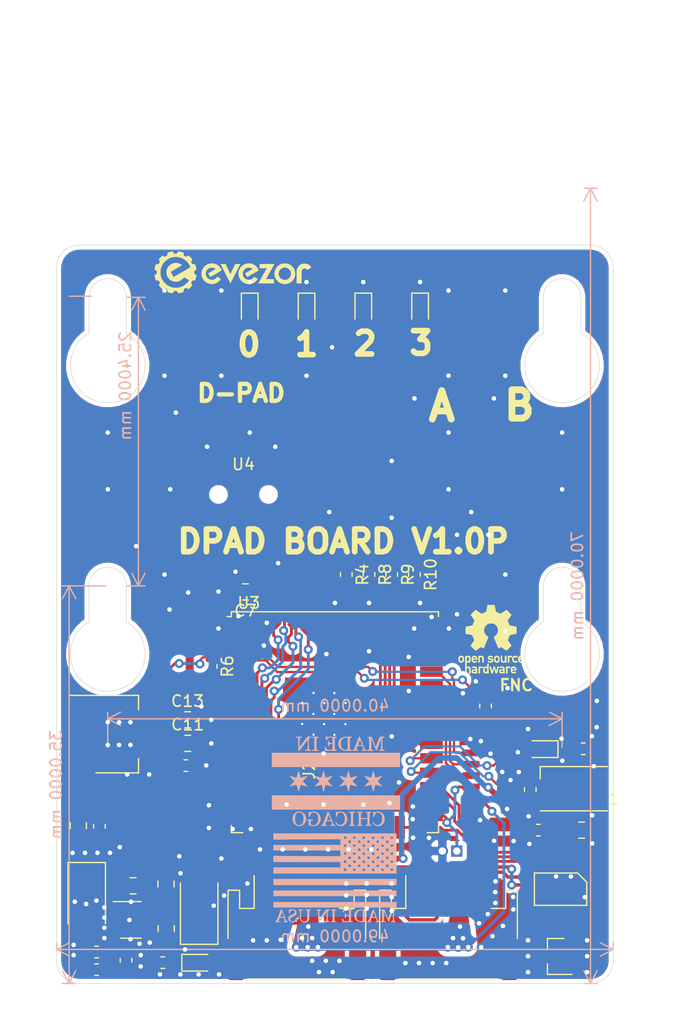
<source format=kicad_pcb>
(kicad_pcb (version 20221018) (generator pcbnew)
  (layers (0 "F.Cu" signal) (31 "B.Cu" signal) (34 "B.Paste" user) (35 "F.Paste" user) (36 "B.SilkS" user "B.Silkscreen") (37 "F.SilkS" user "F.Silkscreen") (38 "B.Mask" user) (39 "F.Mask" user) (44 "Edge.Cuts" user))
  (net 0 "")
  (net 1 "Net-(C1-Pad2)")
  (net 2 "Net-(C1-Pad1)")
  (net 3 "Net-(C2-Pad2)")
  (net 4 "GND")
  (net 5 "/CAN_H")
  (net 6 "/CAN_L")
  (net 7 "+3V3")
  (net 8 "Net-(D3-Pad1)")
  (net 9 "/RESET")
  (net 10 "/NEO_STATUS")
  (net 11 "/BOOT")
  (net 12 "/VREG_OUT")
  (net 13 "/FUNCTION_BUTTON")
  (net 14 "/HBT_LED")
  (net 15 "Net-(D6-Pad1)")
  (net 16 "VBUS")
  (net 17 "Net-(U5-Pad5)")
  (net 18 "/CAN_SLP")
  (net 19 "/CAN_RX")
  (net 20 "/CAN_TX")
  (net 21 "Net-(U3-Pad32)")
  (net 22 "Net-(U3-Pad22)")
  (net 23 "Net-(U3-Pad21)")
  (net 24 "Net-(U3-Pad20)")
  (net 25 "Net-(U3-Pad19)")
  (net 26 "Net-(U3-Pad18)")
  (net 27 "Net-(U3-Pad17)")
  (net 28 "Net-(U3-Pad16)")
  (net 29 "Net-(U3-Pad14)")
  (net 30 "Net-(U3-Pad13)")
  (net 31 "Net-(U3-Pad7)")
  (net 32 "Net-(U3-Pad6)")
  (net 33 "Net-(U3-Pad5)")
  (net 34 "/TXDO")
  (net 35 "/RXD0")
  (net 36 "/PWR")
  (net 37 "Net-(D8-Pad1)")
  (net 38 "Net-(D4-Pad2)")
  (net 39 "Net-(D5-Pad2)")
  (net 40 "Net-(D9-Pad2)")
  (net 41 "Net-(D10-Pad2)")
  (net 42 "/LED_0")
  (net 43 "/LED_1")
  (net 44 "/LED_2")
  (net 45 "/LED_3")
  (net 46 "/BUTTON_A")
  (net 47 "/DPAD_DOWN")
  (net 48 "/DPAD_PUSH")
  (net 49 "/DPAD_UP")
  (net 50 "/DPAD_RIGHT")
  (net 51 "/DPAD_LEFT")
  (net 52 "/BUTTON_B")
  (footprint "LED_SMD:LED_0603_1608Metric" (layer "F.Cu") (at 143.1525 130.37 180)
    (fp_text reference "D3")
    (fp_text value "LED")
  )
  (footprint "Resistor_SMD:R_0603_1608Metric" (layer "F.Cu") (at 146.8575 130.34 180)
    (fp_text reference "R5")
    (fp_text value "15k")
  )
  (footprint "Capacitor_SMD:C_0603_1608Metric" (layer "F.Cu") (at 142.2 133.9225 -90)
    (fp_text reference "C9")
    (fp_text value ".1uF")
  )
  (footprint "EvezorLIB:SWITCH_2x3_SMD_TACTILE_GREEN" (layer "F.Cu") (at 144.2 127.35)
    (fp_text reference "SW1")
    (fp_text value "SW_Push")
  )
  (footprint "LED_SMD:LED_SK6812MINI_PLCC4_3.5x3.5mm_P1.75mm" (layer "F.Cu") (at 146.02 133.855 180)
    (fp_text reference "D6")
    (fp_text value "SK6812MINI")
  )
  (footprint "EvezorLIB:evezor_18" (layer "F.Cu") (at 118.09 88.52)
    (fp_text reference "G***" hide)
    (fp_text value "LOGO" hide)
  )
  (footprint "EvezorLIB:LOGO_37" (layer "F.Cu") (at 110.96 88.39)
    (fp_text reference "G***" hide)
    (fp_text value "LOGO" hide)
  )
  (footprint "Package_TO_SOT_SMD:SOT-23" (layer "F.Cu") (at 144.47 148.62 180)
    (fp_text reference "D7")
    (fp_text value "D_TVS_x2_AAC")
  )
  (footprint "Capacitor_SMD:C_0603_1608Metric" (layer "F.Cu") (at 142.9125 137.5 180)
    (fp_text reference "C14")
    (fp_text value ".1uF")
  )
  (footprint "Connector_JST:JST_PH_S4B-PH-SM4-TB_1x04-1MP_P2.00mm_Horizontal" (layer "F.Cu") (at 121.65 146.1)
    (fp_text reference "J4")
    (fp_text value "Conn_01x04")
  )
  (footprint "Connector_JST:JST_PH_S4B-PH-SM4-TB_1x04-1MP_P2.00mm_Horizontal" (layer "F.Cu") (at 135 146.1)
    (fp_text reference "J5")
    (fp_text value "Conn_01x04")
  )
  (footprint "Resistor_SMD:R_0603_1608Metric" (layer "F.Cu") (at 114.11 123.0825 -90)
    (fp_text reference "R6")
    (fp_text value "10k")
  )
  (footprint "Capacitor_SMD:C_0805_2012Metric" (layer "F.Cu") (at 117.1225 116.53 180)
    (fp_text reference "C7")
    (fp_text value "22uF")
  )
  (footprint "Capacitor_SMD:C_0805_2012Metric" (layer "F.Cu") (at 102.41 137.1075 -90)
    (fp_text reference "C6")
    (fp_text value "22uF")
  )
  (footprint "Resistor_SMD:R_0603_1608Metric" (layer "F.Cu") (at 106.61 148.9525 90)
    (fp_text reference "R1")
    (fp_text value "10k")
  )
  (footprint "Package_TO_SOT_SMD:SOT-23-6" (layer "F.Cu") (at 107.04 145.4)
    (fp_text reference "U1")
    (fp_text value "SY8401ABC")
  )
  (footprint "Capacitor_SMD:C_0805_2012Metric" (layer "F.Cu") (at 110.15 146.1625 -90)
    (fp_text reference "C4")
    (fp_text value "4.7uF")
  )
  (footprint "Capacitor_SMD:C_0805_2012Metric" (layer "F.Cu") (at 107.2275 142.4 180)
    (fp_text reference "C1")
    (fp_text value ".1uF 100V")
  )
  (footprint "Capacitor_SMD:C_0805_2012Metric" (layer "F.Cu") (at 110.13 142.24 90)
    (fp_text reference "C3")
    (fp_text value ".1uF 100V")
  )
  (footprint "Capacitor_SMD:C_0603_1608Metric" (layer "F.Cu") (at 104.27 137.1675 -90)
    (fp_text reference "C5")
    (fp_text value ".1uF")
  )
  (footprint "EvezorLIB:CAN-TRANS-SN65HVD230DR" (layer "F.Cu") (at 144.865 142.7 180)
    (fp_text reference "U5")
    (fp_text value "Trans_CAN_SN65HVD230DR")
  )
  (footprint "Capacitor_SMD:C_0603_1608Metric" (layer "F.Cu") (at 111.8725 131.82)
    (fp_text reference "C10")
    (fp_text value ".1uF")
  )
  (footprint "EvezorLIB:INDUCTOR_7.5X6.6_GCDA0630-220MC" (layer "F.Cu") (at 109.355 136.6 180)
    (fp_text reference "L1")
    (fp_text value "22uH")
  )
  (footprint "Capacitor_SMD:C_0805_2012Metric" (layer "F.Cu") (at 112.0275 127.79)
    (fp_text reference "C13")
    (fp_text value "22uF")
  )
  (footprint "Capacitor_SMD:C_0805_2012Metric" (layer "F.Cu") (at 112.0375 129.86)
    (fp_text reference "C11")
    (fp_text value "22uF")
  )
  (footprint "Symbol:OSHW-Logo_5.7x6mm_SilkScreen" (layer "F.Cu") (at 138.74 120.69)
    (fp_text reference "REF**" hide)
    (fp_text value "OSHW-Logo_5.7x6mm_SilkScreen" hide)
  )
  (footprint "Diode_SMD:D_SMA" (layer "F.Cu") (at 103.15 143.75 -90)
    (fp_text reference "D1")
    (fp_text value "SX35_SCHOTTKY")
  )
  (footprint "Diode_SMD:D_SMA" (layer "F.Cu") (at 113.05 144.15 90)
    (fp_text reference "D2")
    (fp_text value "SX35_SCHOTTKY")
  )
  (footprint "Evezor_extras:CONN-SH-6P-VERTICAL" (layer "F.Cu") (at 136.975 133.2 -90)
    (fp_text reference "J2")
    (fp_text value "ftdi_conn")
  )
  (footprint "Package_TO_SOT_SMD:SOT-223-3_TabPin2" (layer "F.Cu") (at 105.8 129.05)
    (fp_text reference "U2")
    (fp_text value "AMS1117-3.3")
  )
  (footprint "Evezor_extras:ESP32-WROOM-32U" (layer "F.Cu") (at 125 128)
    (fp_text reference "U3")
    (fp_text value "ESP32-WROOM-32U")
  )
  (footprint "Capacitor_SMD:C_0805_2012Metric" (layer "F.Cu") (at 146.7125 137.5)
    (fp_text reference "C15")
    (fp_text value "22uF")
  )
  (footprint "EvezorLIB:SWITCH_2x3_SMD_TACTILE_GREEN" (layer "F.Cu") (at 110.42 120.6 90)
    (fp_text reference "SW2")
    (fp_text value "SW_Push")
  )
  (footprint "LED_SMD:LED_0603_1608Metric" (layer "F.Cu") (at 113.01 149.17)
    (fp_text reference "D8")
    (fp_text value "LED")
  )
  (footprint "Resistor_SMD:R_0603_1608Metric" (layer "F.Cu") (at 109.8475 149.16)
    (fp_text reference "R7")
    (fp_text value "15k")
  )
  (footprint "Resistor_SMD:R_0603_1608Metric" (layer "F.Cu") (at 104.0225 149.78)
    (fp_text reference "R2")
    (fp_text value "82k")
  )
  (footprint "Capacitor_SMD:C_0603_1608Metric" (layer "F.Cu") (at 104.0225 148.23)
    (fp_text reference "C2")
    (fp_text value ".1uF")
  )
  (footprint "Evezor_extras:BOOT_JUMPER" (layer "F.Cu") (at 135.73 139.34 -90)
    (fp_text reference "J3")
    (fp_text value "Conn_01x02")
  )
  (footprint "Resistor_SMD:R_0603_1608Metric" (layer "F.Cu") (at 138.26 126.57 -90)
    (fp_text reference "R3")
    (fp_text value "10k")
  )
  (footprint "LED_SMD:LED_0603_1608Metric" (layer "F.Cu") (at 117.5 91.7125 -90)
    (fp_text reference "D4")
    (fp_text value "LED")
  )
  (footprint "LED_SMD:LED_0603_1608Metric" (layer "F.Cu") (at 122.5 91.7125 -90)
    (fp_text reference "D5")
    (fp_text value "LED")
  )
  (footprint "LED_SMD:LED_0603_1608Metric" (layer "F.Cu") (at 127.5 91.7125 -90)
    (fp_text reference "D9")
    (fp_text value "LED")
  )
  (footprint "LED_SMD:LED_0603_1608Metric" (layer "F.Cu") (at 132.5 91.7125 -90)
    (fp_text reference "D10")
    (fp_text value "LED")
  )
  (footprint "Resistor_SMD:R_0603_1608Metric" (layer "F.Cu") (at 126 115 -90)
    (fp_text reference "R4")
    (fp_text value "10k")
  )
  (footprint "Resistor_SMD:R_0603_1608Metric" (layer "F.Cu") (at 130 115 -90)
    (fp_text reference "R9")
    (fp_text value "10k")
  )
  (footprint "Resistor_SMD:R_0603_1608Metric" (layer "F.Cu") (at 132 115 -90)
    (fp_text reference "R10")
    (fp_text value "10k")
  )
  (footprint "EvezorLIB:SWITCH_2x3_SMD_TACTILE_GREEN" (layer "F.Cu") (at 132 105.15 90)
    (fp_text reference "SW4")
    (fp_text value "SW_Push")
  )
  (footprint "Evezor_BUTTONS:SWITCH_5WAY_10x10" (layer "F.Cu") (at 116.95 105.3)
    (fp_text reference "U4")
    (fp_text value "SWITCH_5-WAY_TACTIL_10X10")
  )
  (footprint "EvezorLIB:SWITCH_2x3_SMD_TACTILE_GREEN" (layer "F.Cu") (at 139 105.15 90)
    (fp_text reference "SW3")
    (fp_text value "SW_Push")
  )
  (footprint "Resistor_SMD:R_0603_1608Metric" (layer "F.Cu") (at 128 115 -90)
    (fp_text reference "R8")
    (fp_text value "10k")
  )
  (footprint "Evezor_extras:MADE IN USA" (layer "B.Cu") (at 125 141.7 180)
    (fp_text reference "G***" hide)
    (fp_text value "LOGO" hide)
  )
  (footprint "Evezor_extras:MADE_IN_CHICAGO" (layer "B.Cu") (at 125.1 133.2 180)
    (fp_text reference "G***" hide)
    (fp_text value "LOGO" hide)
  )
  (gr_line (start 101.6 90.500001) (end 103.6 90.5) (stroke (width 0.12)) (layer "B.SilkS"))
  (gr_line (start 101.6 116) (end 104.8 116) (stroke (width 0.12)) (layer "B.SilkS"))
  (gr_arc (start 149.5 149) (mid 148.914214 150.414214) (end 147.5 151) (stroke (width 0.05)) (layer "Edge.Cuts"))
  (gr_line (start 143.349999 93.76373) (end 143.349999 90.6) (stroke (width 0.05)) (layer "Edge.Cuts"))
  (gr_line (start 143.349999 119.163729) (end 143.35 115.999999) (stroke (width 0.05)) (layer "Edge.Cuts"))
  (gr_line (start 103.35 93.76373) (end 103.35 90.6) (stroke (width 0.05)) (layer "Edge.Cuts"))
  (gr_arc (start 106.65 119.163729) (mid 105 125.281299) (end 103.35 119.163729) (stroke (width 0.05)) (layer "Edge.Cuts"))
  (gr_arc (start 143.35 115.999999) (mid 145 114.349999) (end 146.65 115.999999) (stroke (width 0.05)) (layer "Edge.Cuts"))
  (gr_line (start 146.65 119.163729) (end 146.65 115.999999) (stroke (width 0.05)) (layer "Edge.Cuts"))
  (gr_arc (start 103.35 90.6) (mid 105 88.95) (end 106.65 90.6) (stroke (width 0.05)) (layer "Edge.Cuts"))
  (gr_arc (start 103.350001 115.999999) (mid 105.000001 114.349999) (end 106.650001 115.999999) (stroke (width 0.05)) (layer "Edge.Cuts"))
  (gr_line (start 106.650001 119.163729) (end 106.650001 115.999999) (stroke (width 0.05)) (layer "Edge.Cuts"))
  (gr_arc (start 147.5 86) (mid 148.914214 86.585786) (end 149.5 88) (stroke (width 0.05)) (layer "Edge.Cuts"))
  (gr_arc (start 102.500001 151) (mid 101.085787 150.414214) (end 100.500001 149) (stroke (width 0.05)) (layer "Edge.Cuts"))
  (gr_line (start 102.500001 151) (end 147.5 151) (stroke (width 0.05)) (layer "Edge.Cuts"))
  (gr_line (start 149.5 149) (end 149.5 88) (stroke (width 0.05)) (layer "Edge.Cuts"))
  (gr_line (start 102.5 86) (end 147.5 86) (stroke (width 0.05)) (layer "Edge.Cuts"))
  (gr_arc (start 143.349998 90.6) (mid 144.999999 88.949999) (end 146.65 90.6) (stroke (width 0.05)) (layer "Edge.Cuts"))
  (gr_arc (start 106.65 93.76373) (mid 105 99.8813) (end 103.35 93.76373) (stroke (width 0.05)) (layer "Edge.Cuts"))
  (gr_arc (start 146.649999 93.76373) (mid 144.999999 99.8813) (end 143.349999 93.76373) (stroke (width 0.05)) (layer "Edge.Cuts"))
  (gr_line (start 146.649999 93.76373) (end 146.649999 90.6) (stroke (width 0.05)) (layer "Edge.Cuts"))
  (gr_arc (start 146.649999 119.163728) (mid 145.000001 125.281299) (end 143.349999 119.163729) (stroke (width 0.05)) (layer "Edge.Cuts"))
  (gr_line (start 100.500001 149) (end 100.5 88) (stroke (width 0.05)) (layer "Edge.Cuts"))
  (gr_line (start 106.65 93.76373) (end 106.65 90.6) (stroke (width 0.05)) (layer "Edge.Cuts"))
  (gr_line (start 103.35 119.163729) (end 103.35 115.999999) (stroke (width 0.05)) (layer "Edge.Cuts"))
  (gr_arc (start 100.499999 88.000001) (mid 101.085786 86.585787) (end 102.5 86) (stroke (width 0.05)) (layer "Edge.Cuts"))
  (gr_text "DPAD BOARD V1.0P" (at 125.74 112.09) (layer "F.SilkS") (effects (font (size 2 2) (thickness 0.5))))
  (gr_text "D-PAD" (at 116.75 99.04) (layer "F.SilkS") (effects (font (size 1.5 1.5) (thickness 0.375))))
  (gr_text "A" (at 134.41 100.19) (layer "F.SilkS") (effects (font (size 2.5 2.5) (thickness 0.6))))
  (gr_text "B\n" (at 141.24 100.11) (layer "F.SilkS") (effects (font (size 2.5 2.5) (thickness 0.6))))
  (gr_text "0" (at 117.43 94.76) (layer "F.SilkS") (effects (font (size 2 2) (thickness 0.5))))
  (gr_text "1" (at 122.5 94.74) (layer "F.SilkS") (effects (font (size 2 2) (thickness 0.5))))
  (gr_text "2" (at 127.66 94.68) (layer "F.SilkS") (effects (font (size 2 2) (thickness 0.5))))
  (gr_text "3" (at 132.58 94.63) (layer "F.SilkS") (effects (font (size 2 2) (thickness 0.5))))
  (gr_text "FNC\n" (at 140.96 124.74) (layer "F.SilkS") (effects (font (size 1 1) (thickness 0.2))))
  (dimension (type aligned) (layer "B.SilkS") (pts (xy 101 116) (xy 101 151)) (height -0.6) (gr_text "35.0000 mm" (at 100.45 133.5 90) (layer "B.SilkS") (effects (font (size 1 1) (thickness 0.15)) (justify mirror))) (format (prefix "") (suffix "") (units 2) (units_format 1) (precision 4)) (style (thickness 0.12) (arrow_length 1.27) (text_position_mode 0) (extension_height 0.58642) (extension_offset 0) keep_text_aligned))
  (dimension (type aligned) (layer "B.SilkS") (pts (xy 105 130.2) (xy 145 130.2)) (height -2.5) (gr_text "40.0000 mm" (at 125 126.55) (layer "B.SilkS") (effects (font (size 1 1) (thickness 0.15)) (justify mirror))) (format (prefix "") (suffix "") (units 2) (units_format 1) (precision 4)) (style (thickness 0.12) (arrow_length 1.27) (text_position_mode 0) (extension_height 0.58642) (extension_offset 0) keep_text_aligned))
  (dimension (type aligned) (layer "B.SilkS") (pts (xy 106.7 90.600001) (xy 106.7 116)) (height -1) (gr_text "25.4000 mm" (at 106.55 103.300001 90) (layer "B.SilkS") (effects (font (size 1 1) (thickness 0.15)) (justify right mirror))) (format (prefix "") (suffix "") (units 2) (units_format 1) (precision 4)) (style (thickness 0.12) (arrow_length 1.27) (text_position_mode 0) (extension_height 0.58642) (extension_offset 0) keep_text_aligned))
  (dimension (type aligned) (layer "B.SilkS") (pts (xy 100.5 148) (xy 149.5 148)) (height 0) (gr_text "49.0000 mm" (at 125 146.85) (layer "B.SilkS") (effects (font (size 1 1) (thickness 0.15)) (justify mirror))) (format (prefix "") (suffix "") (units 2) (units_format 1) (precision 4)) (style (thickness 0.12) (arrow_length 1.27) (text_position_mode 0) (extension_height 0.58642) (extension_offset 0) keep_text_aligned))
  (dimension (type aligned) (layer "B.SilkS") (pts (xy 147 151) (xy 147 81.000001)) (height 0.5) (gr_text "70.0000 mm" (at 146.35 116 90) (layer "B.SilkS") (effects (font (size 1 1) (thickness 0.15)) (justify mirror))) (format (prefix "") (suffix "") (units 2) (units_format 1) (precision 4)) (style (thickness 0.12) (arrow_length 1.27) (text_position_mode 0) (extension_height 0.58642) (extension_offset 0) keep_text_aligned))
  (segment (start 105.94 144.45) (end 105.94 142.75) (width 0.9) (layer "F.Cu") (net 1))
  (segment (start 105.94 142.75) (end 106.29 142.4) (width 0.9) (layer "F.Cu") (net 1))
  (segment (start 106.05 140.88) (end 107.53 139.4) (width 0.9) (layer "F.Cu") (net 2))
  (segment (start 103.15 141.75) (end 104.95 141.75) (width 0.9) (layer "F.Cu") (net 2))
  (segment (start 104.95 141.75) (end 105.82 140.88) (width 0.9) (layer "F.Cu") (net 2))
  (segment (start 107.53 139.4) (end 108.6 139.4) (width 0.9) (layer "F.Cu") (net 2))
  (segment (start 108.6 139.4) (end 109.7 138.3) (width 0.9) (layer "F.Cu") (net 2))
  (segment (start 108.165 139.835) (end 108.6 139.4) (width 0.9) (layer "F.Cu") (net 2))
  (segment (start 109.7 138.3) (end 109.7 137.06) (width 0.9) (layer "F.Cu") (net 2))
  (segment (start 108.165 142.4) (end 108.165 139.835) (width 0.9) (layer "F.Cu") (net 2))
  (segment (start 109.7 137.06) (end 110.16 136.6) (width 0.9) (layer "F.Cu") (net 2))
  (segment (start 110.16 136.6) (end 112.05 136.6) (width 0.9) (layer "F.Cu") (net 2))
  (segment (start 108.14 142.425) (end 108.165 142.4) (width 0.5) (layer "F.Cu") (net 2))
  (segment (start 108.14 144.45) (end 108.14 142.425) (width 0.5) (layer "F.Cu") (net 2))
  (segment (start 105.82 140.88) (end 106.05 140.88) (width 0.9) (layer "F.Cu") (net 2))
  (segment (start 105.94 148.13) (end 106.02 148.21) (width 0.5) (layer "F.Cu") (net 3))
  (segment (start 105.94 146.35) (end 105.94 148.13) (width 0.5) (layer "F.Cu") (net 3))
  (segment (start 106.02 148.21) (end 106.545 148.23) (width 0.5) (layer "F.Cu") (net 3))
  (segment (start 106.545 148.23) (end 106.61 148.165) (width 0.5) (layer "F.Cu") (net 3))
  (segment (start 104.81 148.23) (end 104.81 149.78) (width 0.5) (layer "F.Cu") (net 3))
  (segment (start 104.81 148.23) (end 106.02 148.21) (width 0.5) (layer "F.Cu") (net 3))
  (via (at 102 148.5) (size 0.8) (drill 0.4) (layers "F.Cu" "B.Cu") (net 4))
  (via (at 141.19 132.39) (size 0.8) (drill 0.4) (layers "F.Cu" "B.Cu") (net 4))
  (via (at 106 128) (size 0.8) (drill 0.4) (layers "F.Cu" "B.Cu") (net 4))
  (via (at 135 102.5) (size 0.8) (drill 0.4) (layers "F.Cu" "B.Cu") (net 4))
  (via (at 124.25 122) (size 0.8) (drill 0.4) (layers "F.Cu" "B.Cu") (net 4))
  (via (at 102.1 143.8) (size 0.8) (drill 0.4) (layers "F.Cu" "B.Cu") (net 4))
  (via (at 123 149) (size 0.8) (drill 0.4) (layers "F.Cu" "B.Cu") (net 4))
  (via (at 142.12 138.71) (size 0.8) (drill 0.4) (layers "F.Cu" "B.Cu") (net 4))
  (via (at 124.5 109.5) (size 0.8) (drill 0.4) (layers "F.Cu" "B.Cu") (net 4))
  (via (at 131.5 122.25) (size 0.8) (drill 0.4) (layers "F.Cu" "B.Cu") (net 4))
  (via (at 120.4 139.2) (size 0.8) (drill 0.4) (layers "F.Cu" "B.Cu") (net 4))
  (via (at 129.8 135.11) (size 0.8) (drill 0.4) (layers "F.Cu" "B.Cu") (net 4))
  (via (at 128 117.5) (size 0.8) (drill 0.4) (layers "F.Cu" "B.Cu") (net 4))
  (via (at 111.8 148) (size 0.8) (drill 0.4) (layers "F.Cu" "B.Cu") (net 4))
  (via (at 130 143.4) (size 0.8) (drill 0.4) (layers "F.Cu" "B.Cu") (net 4))
  (via (at 147.63 129.23) (size 0.8) (drill 0.4) (layers "F.Cu" "B.Cu") (net 4))
  (via (at 131.98 119.75) (size 0.8) (drill 0.4) (layers "F.Cu" "B.Cu") (net 4))
  (via (at 140 120) (size 0.8) (drill 0.4) (layers "F.Cu" "B.Cu") (net 4))
  (via (at 113.9 137.3) (size 0.8) (drill 0.4) (layers "F.Cu" "B.Cu") (net 4))
  (via (at 142.05 136.28) (size 0.8) (drill 0.4) (layers "F.Cu" "B.Cu") (net 4))
  (via (at 124 130.75) (size 0.8) (drill 0.4) (layers "F.Cu" "B.Cu") (net 4))
  (via (at 116.25 114.75) (size 0.8) (drill 0.4) (layers "F.Cu" "B.Cu") (net 4))
  (via (at 128.2 139.2) (size 0.8) (drill 0.4) (layers "F.Cu" "B.Cu") (net 4))
  (via (at 111 100.75) (size 0.8) (drill 0.4) (layers "F.Cu" "B.Cu") (net 4))
  (via (at 127.8 142.2) (size 0.8) (drill 0.4) (layers "F.Cu" "B.Cu") (net 4))
  (via (at 114.11 127.79) (size 0.8) (drill 0.4) (layers "F.Cu" "B.Cu") (net 4))
  (via (at 117.5 102.5) (size 0.8) (drill 0.4) (layers "F.Cu" "B.Cu") (net 4))
  (via (at 147.2 150) (size 0.8) (drill 0.4) (layers "F.Cu" "B.Cu") (net 4))
  (via (at 137.78 136.62) (size 0.8) (drill 0.4) (layers "F.Cu" "B.Cu") (net 4))
  (via (at 142 147.2) (size 0.8) (drill 0.4) (layers "F.Cu" "B.Cu") (net 4))
  (via (at 112.08 116.58) (size 0.8) (drill 0.4) (layers "F.Cu" "B.Cu") (net 4))
  (via (at 114.33 144.15) (size 0.8) (drill 0.4) (layers "F.Cu" "B.Cu") (net 4))
  (via (at 136.92 129.48) (size 0.8) (drill 0.4) (layers "F.Cu" "B.Cu") (net 4))
  (via (at 115 90) (size 0.8) (drill 0.4) (layers "F.Cu" "B.Cu") (net 4))
  (via (at 131.2 149.2) (size 0.8) (drill 0.4) (layers "F.Cu" "B.Cu") (net 4))
  (via (at 110 90) (size 0.8) (drill 0.4) (layers "F.Cu" "B.Cu") (net 4))
  (via (at 111.3 139.8) (size 0.8) (drill 0.4) (layers "F.Cu" "B.Cu") (net 4))
  (via (at 138.7 130.77) (size 0.8) (drill 0.4) (layers "F.Cu" "B.Cu") (net 4))
  (via (at 124.4 139.2) (size 0.8) (drill 0.4) (layers "F.Cu" "B.Cu") (net 4))
  (via (at 118.75 121.25) (size 0.8) (drill 0.4) (layers "F.Cu" "B.Cu") (net 4))
  (via (at 130.64 133.3) (size 0.8) (drill 0.4) (layers "F.Cu" "B.Cu") (net 4))
  (via (at 133.28 138.18) (size 0.8) (drill 0.4) (layers "F.Cu" "B.Cu") (net 4))
  (via (at 139.12 143.91) (size 0.8) (drill 0.4) (layers "F.Cu" "B.Cu") (net 4))
  (via (at 114.8 150.2) (size 0.8) (drill 0.4) (layers "F.Cu" "B.Cu") (net 4))
  (via (at 120.75 135.25) (size 0.8) (drill 0.4) (layers "F.Cu" "B.Cu") (net 4))
  (via (at 104 143.7) (size 0.8) (drill 0.4) (layers "F.Cu" "B.Cu") (net 4))
  (via (at 116.51 118.66) (size 0.8) (drill 0.4) (layers "F.Cu" "B.Cu") (net 4))
  (via (at 144.48 141.58) (size 0.8) (drill 0.4) (layers "F.Cu" "B.Cu") (net 4))
  (via (at 107.5 112.5) (size 0.8) (drill 0.4) (layers "F.Cu" "B.Cu") (net 4))
  (via (at 126 143.25) (size 0.8) (drill 0.4) (layers "F.Cu" "B.Cu") (net 4))
  (via (at 139 99.5) (size 0.8) (drill 0.4) (layers "F.Cu" "B.Cu") (net 4))
  (via (at 136.27 125.45) (size 0.8) (drill 0.4) (layers "F.Cu" "B.Cu") (net 4))
  (via (at 104.7 146.1) (size 0.8) (drill 0.4) (layers "F.Cu" "B.Cu") (net 4))
  (via (at 111.4 141.3) (size 0.8) (drill 0.4) (layers "F.Cu" "B.Cu") (net 4))
  (via (at 147.65 138.67) (size 0.8) (drill 0.4) (layers "F.Cu" "B.Cu") (net 4))
  (via (at 113.24 126.61) (size 0.8) (drill 0.4) (layers "F.Cu" "B.Cu") (net 4))
  (via (at 124.2 149) (size 0.8) (drill 0.4) (layers "F.Cu" "B.Cu") (net 4))
  (via (at 130 144.6) (size 0.8) (drill 0.4) (layers "F.Cu" "B.Cu") (net 4))
  (via (at 105 128) (size 0.8) (drill 0.4) (layers "F.Cu" "B.Cu") (net 4))
  (via (at 135.75 118.5) (size 0.8) (drill 0.4) (layers "F.Cu" "B.Cu") (net 4))
  (via (at 132 99.5) (size 0.8) (drill 0.4) (layers "F.Cu" "B.Cu") (net 4))
  (via (at 138.5 111.5) (size 0.8) (drill 0.4) (layers "F.Cu" "B.Cu") (net 4))
  (via (at 145.77 141.58) (size 0.8) (drill 0.4) (layers "F.Cu" "B.Cu") (net 4))
  (via (at 119.75 103.75) (size 0.8) (drill 0.4) (layers "F.Cu" "B.Cu") (net 4))
  (via (at 131.86 135.42) (size 0.8) (drill 0.4) (layers "F.Cu" "B.Cu") (net 4))
  (via (at 139.79 145.93) (size 0.8) (drill 0.4) (layers "F.Cu" "B.Cu") (net 4))
  (via (at 140.71 144.48) (size 0.8) (drill 0.4) (layers "F.Cu" "B.Cu") (net 4))
  (via (at 115 97.5) (size 0.8) (drill 0.4) (layers "F.Cu" "B.Cu") (net 4))
  (via (at 130 129.25) (size 0.8) (drill 0.4) (layers "F.Cu" "B.Cu") (net 4))
  (via (at 127.8 143.2) (size 0.8) (drill 0.4) (layers "F.Cu" "B.Cu") (net 4))
  (via (at 110.5 107.5) (size 0.8) (drill 0.4) (layers "F.Cu" "B.Cu") (net 4))
  (via (at 135 107.5) (size 0.8) (drill 0.4) (layers "F.Cu" "B.Cu") (net 4))
  (via (at 139.11 142.96) (size 0.8) (drill 0.4) (layers "F.Cu" "B.Cu") (net 4))
  (via (at 114.75 116.5) (size 0.8) (drill 0.4) (layers "F.Cu" "B.Cu") (net 4))
  (via (at 147.79 131.87) (size 0.8) (drill 0.4) (layers "F.Cu" "B.Cu") (net 4))
  (via (at 137.85 129.67) (size 0.8) (drill 0.4) (layers "F.Cu" "B.Cu") (net 4))
  (via (at 141.11 130.64) (size 0.8) (drill 0.4) (layers "F.Cu" "B.Cu") (net 4))
  (via (at 115 140) (size 0.8) (drill 0.4) (layers "F.Cu" "B.Cu") (net 4))
  (via (at 142 148.6) (size 0.8) (drill 0.4) (layers "F.Cu" "B.Cu") (net 4))
  (via (at 135.75 111.5) (size 0.8) (drill 0.4) (layers "F.Cu" "B.Cu") (net 4))
  (via (at 116 137.4) (size 0.8) (drill 0.4) (layers "F.Cu" "B.Cu") (net 4))
  (via (at 145.02 131.39) (size 0.8) (drill 0.4) (layers "F.Cu" "B.Cu") (net 4))
  (via (at 124.75 95) (size 0.8) (drill 0.4) (layers "F.Cu" "B.Cu") (net 4))
  (via (at 134.8 149.2) (size 0.8) (drill 0.4) (layers "F.Cu" "B.Cu") (net 4))
  (via (at 108.7 147.4) (size 0.8) (drill 0.4) (layers "F.Cu" "B.Cu") (net 4))
  (via (at 135 97.5) (size 0.8) (drill 0.4) (layers "F.Cu" "B.Cu") (net 4))
  (via (at 138.87 146.83) (size 0.8) (drill 0.4) (layers "F.Cu" "B.Cu") (net 4))
  (via (at 140 97.5) (size 0.8) (drill 0.4) (layers "F.Cu" "B.Cu") (net 4))
  (via (at 107.8 147.5) (size 0.8) (drill 0.4) (layers "F.Cu" "B.Cu") (net 4))
  (via (at 110 115) (size 0.8) (drill 0.4) (layers "F.Cu" "B.Cu") (net 4))
  (via (at 117.6 137.4) (size 0.8) (drill 0.4) (layers "F.Cu" "B.Cu") (net 4))
  (via (at 107.9 149.5) (size 0.8) (drill 0.4) (layers "F.Cu" "B.Cu") (net 4))
  (via (at 119 119.25) (size 0.8) (drill 0.4) (layers "F.Cu" "B.Cu") (net 4))
  (via (at 135 90) (size 0.8) (drill 0.4) (layers "F.Cu" "B.Cu") (net 4))
  (via (at 114.75 119.75) (size 0.8) (drill 0.4) (layers "F.Cu" "B.Cu") (net 4))
  (via (at 111.4 150.2) (size 0.8) (drill 0.4) (layers "F.Cu" "B.Cu") (net 4))
  (via (at 148.04 128.44) (size 0.8) (drill 0.4) (layers "F.Cu" "B.Cu") (net 4))
  (via (at 147.65 136.2) (size 0.8) (drill 0.4) (layers "F.Cu" "B.Cu") (net 4))
  (via (at 139.01 138.44) (size 0.8) (drill 0.4) (layers "F.Cu" "B.Cu") (net 4))
  (via (at 107 147.1) (size 0.8) (drill 0.4) (layers "F.Cu" "B.Cu") (net 4))
  (via (at 118.4 139.2) (size 0.8) (drill 0.4) (layers "F.Cu" "B.Cu") (net 4))
  (via (at 105.2 139.5) (size 0.8) (drill 0.4) (layers "F.Cu" "B.Cu") (net 4))
  (via (at 106 130) (size 0.8) (drill 0.4) (layers "F.Cu" "B.Cu") (net 4))
  (via (at 135.03 119.75) (size 0.8) (drill 0.4) (layers "F.Cu" "B.Cu") (net 4))
  (via (at 113 150.2) (size 0.8) (drill 0.4) (layers "F.Cu" "B.Cu") (net 4))
  (via (at 140 90) (size 0.8) (drill 0.4) (layers "F.Cu" "B.Cu") (net 4))
  (via (at 117.8 147.2) (size 0.8) (drill 0.4) (layers "F.Cu" "B.Cu") (net 4))
  (via (at 137.4 124.4) (size 0.8) (drill 0.4) (layers "F.Cu" "B.Cu") (net 4))
  (via (at 120.22 147.15) (size 0.8) (drill 0.4) (layers "F.Cu" "B.Cu") (net 4))
  (via (at 105 107.5) (size 0.8) (drill 0.4) (layers "F.Cu" "B.Cu") (net 4))
  (via (at 138.46 144.89) (size 0.8) (drill 0.4) (layers "F.Cu" "B.Cu") (net 4))
  (via (at 131.88 138.17) (size 0.8) (drill 0.4) (layers "F.Cu" "B.Cu") (net 4))
  (via (at 117.5 89.25) (size 0.8) (drill 0.4) (layers "F.Cu" "B.Cu") (net 4))
  (via (at 130 105) (size 0.8) (drill 0.4) (layers "F.Cu" "B.Cu") (net 4))
  (via (at 106.06 139) (size 0.8) (drill 0.4) (layers "F.Cu" "B.Cu") (net 4))
  (via (at 140.46 133.1) (size 0.8) (drill 0.4) (layers "F.Cu" "B.Cu") (net 4))
  (via (at 106.91 145.41) (size 0.8) (drill 0.4) (layers "F.Cu" "B.Cu") (net 4))
  (via (at 140.15 135.64) (size 0.8) (drill 0.4) (layers "F.Cu" "B.Cu") (net 4))
  (via (at 101.9 139.5) (size 0.8) (drill 0.4) (layers "F.Cu" "B.Cu") (net 4))
  (via (at 104.7 147) (size 0.8) (drill 0.4) (layers "F.Cu" "B.Cu") (net 4))
  (via (at 113.67 131.8) (size 0.8) (drill 0.4) (layers "F.Cu" "B.Cu") (net 4))
  (via (at 117.3 142.2) (size 0.8) (drill 0.4) (layers "F.Cu" "B.Cu") (net 4))
  (via (at 130 142.2) (size 0.8) (drill 0.4) (layers "F.Cu" "B.Cu") (net 4))
  (via (at 105 130) (size 0.8) (drill 0.4) (layers "F.Cu" "B.Cu") (net 4))
  (via (at 107 128) (size 0.8) (drill 0.4) (layers "F.Cu" "B.Cu") (net 4))
  (via (at 108.65 132.6) (size 0.8) (drill 0.4) (layers "F.Cu" "B.Cu") (net 4))
  (via (at 124.8 150) (size 0.8) (drill 0.4) (layers "F.Cu" "B.Cu") (net 4))
  (via (at 122.5 89.25) (size 0.8) (drill 0.4) (layers "F.Cu" "B.Cu") (net 4))
  (via (at 147.2 147.2) (size 0.8) (drill 0.4) (layers "F.Cu" "B.Cu") (net 4))
  (via (at 119 147.2) (size 0.8) (drill 0.4) (layers "F.Cu" "B.Cu") (net 4))
  (via (at 132.5 117.5) (size 0.8) (drill 0.4) (layers "F.Cu" "B.Cu") (net 4))
  (via (at 125 117.5) (size 0.8) (drill 0.4) (layers "F.Cu" "B.Cu") (net 4))
  (via (at 104.1 139.5) (size 0.8) (drill 0.4) (layers "F.Cu" "B.Cu") (net 4))
  (via (at 130 110) (size 0.8) (drill 0.4) (layers "F.Cu" "B.Cu") (net 4))
  (via (at 127.8 144.4) (size 0.8) (drill 0.4) (layers "F.Cu" "B.Cu") (net 4))
  (via (at 107 130) (size 0.8) (drill 0.4) (layers "F.Cu" "B.Cu") (net 4))
  (via (at 105 102.5) (size 0.8) (drill 0.4) (layers "F.Cu" "B.Cu") (net 4))
  (via (at 126.2 139.2) (size 0.8) (drill 0.4) (layers "F.Cu" "B.Cu") (net 4))
  (via (at 140.73 138.46) (size 0.8) (drill 0.4) (layers "F.Cu" "B.Cu") (net 4))
  (via (at 123.6 150) (size 0.8) (drill 0.4) (layers "F.Cu" "B.Cu") (net 4))
  (via (at 103.1 144) (size 0.8) (drill 0.4) (layers "F.Cu" "B.Cu") (net 4))
  (via (at 147 143.4) (size 0.8) (drill 0.4) (layers "F.Cu" "B.Cu") (net 4))
  (via (at 147.2 148.6) (size 0.8) (drill 0.4) (layers "F.Cu" "B.Cu") (net 4))
  (via (at 137 109.5) (size 0.8) (drill 0.4) (layers "F.Cu" "B.Cu") (net 4))
  (via (at 122.4 139.2) (size 0.8) (drill 0.4) (layers "F.Cu" "B.Cu") (net 4))
  (via (at 126 144.4) (size 0.8) (drill 0.4) (layers "F.Cu" "B.Cu") (net 4))
  (via (at 144.95 129.45) (size 0.8) (drill 0.4) (layers "F.Cu" "B.Cu") (net 4))
  (via (at 102 147.6) (size 0.8) (drill 0.4) (layers "F.Cu" "B.Cu") (net 4))
  (via (at 145 102.5) (size 0.8) (drill 0.4) (layers "F.Cu" "B.Cu") (net 4))
  (via (at 140.2 125) (size 0.8) (drill 0.4) (layers "F.Cu" "B.Cu") (net 4))
  (via (at 145 107.5) (size 0.8) (drill 0.4) (layers "F.Cu" "B.Cu") (net 4))
  (via (at 104.7 145.2) (size 0.8) (drill 0.4) (layers "F.Cu" "B.Cu") (net 4))
  (via (at 137.88 147.8) (size 0.8) (drill 0.4) (layers "F.Cu" "B.Cu") (net 4))
  (via (at 142 150) (size 0.8) (drill 0.4) (layers "F.Cu" "B.Cu") (net 4))
  (via (at 122.5 97.5) (size 0.8) (drill 0.4) (layers "F.Cu" "B.Cu") (net 4))
  (via (at 139.73 132.37) (size 0.8) (drill 0.4) (layers "F.Cu" "B.Cu") (net 4))
  (via (at 142 128.6) (size 0.8) (drill 0.4) (layers "F.Cu" "B.Cu") (net 4))
  (via (at 106.71 132.6) (size 0.8) (drill 0.4) (layers "F.Cu" "B.Cu") (net 4))
  (via (at 110 97.5) (size 0.8) (drill 0.4) (layers "F.Cu" "B.Cu") (net 4))
  (via (at 131.85 136.53) (size 0.8) (drill 0.4) (layers "F.Cu" "B.Cu") (net 4))
  (via (at 133.51 118.74) (size 0.8) (drill 0.4) (layers "F.Cu" "B.Cu") (net 4))
  (via (at 132.4 149.2) (size 0.8) (drill 0.4) (layers "F.Cu" "B.Cu") (net 4))
  (via (at 107.05 143.81) (size 0.8) (drill 0.4) (layers "F.Cu" "B.Cu") (net 4))
  (via (at 114.12 129.87) (size 0.8) (drill 0.4) (layers "F.Cu" "B.Cu") (net 4))
  (via (at 107.9 148.5) (size 0.8) (drill 0.4) (layers "F.Cu" "B.Cu") (net 4))
  (via (at 132.5 89.25) (size 0.8) (drill 0.4) (layers "F.Cu" "B.Cu") (net 4))
  (via (at 110.44 118.08) (size 0.8) (drill 0.4) (layers "F.Cu" "B.Cu") (net 4))
  (via (at 103 139.5) (size 0.8) (drill 0.4) (layers "F.Cu" "B.Cu") (net 4))
  (via (at 109.6 150.2) (size 0.8) (drill 0.4) (layers "F.Cu" "B.Cu") (net 4))
  (via (at 126 142.2) (size 0.8) (drill 0.4) (layers "F.Cu" "B.Cu") (net 4))
  (via (at 124 135.25) (size 0.8) (drill 0.4) (layers "F.Cu" "B.Cu") (net 4))
  (via (at 113.91 135.31) (size 0.8) (drill 0.4) (layers "F.Cu" "B.Cu") (net 4))
  (via (at 140.69 143.38) (size 0.8) (drill 0.4) (layers "F.Cu" "B.Cu") (net 4))
  (via (at 127.5 89.25) (size 0.8) (drill 0.4) (layers "F.Cu" "B.Cu") (net 4))
  (via (at 127.5 135.25) (size 0.8) (drill 0.4) (layers "F.Cu" "B.Cu") (net 4))
  (via (at 125.4 149) (size 0.8) (drill 0.4) (layers "F.Cu" "B.Cu") (net 4))
  (via (at 133.6 149.2) (size 0.8) (drill 0.4) (layers "F.Cu" "B.Cu") (net 4))
  (via (at 115.25 143.26) (size 0.8) (drill 0.4) (layers "F.Cu" "B.Cu") (net 4))
  (via (at 139.13 142.01) (size 0.8) (drill 0.4) (layers "F.Cu" "B.Cu") (net 4))
  (via (at 131.5 125.25) (size 0.8) (drill 0.4) (layers "F.Cu" "B.Cu") (net 4))
  (via (at 113.75 103.75) (size 0.8) (drill 0.4) (layers "F.Cu" "B.Cu") (net 4))
  (via (at 128 121.75) (size 0.8) (drill 0.4) (layers "F.Cu" "B.Cu") (net 4))
  (via (at 148.06 126.12) (size 0.8) (drill 0.4) (layers "F.Cu" "B.Cu") (net 4))
  (via (at 137.69 145.7) (size 0.8) (drill 0.4) (layers "F.Cu" "B.Cu") (net 4))
  (via (at 104.7 144.3) (size 0.8) (drill 0.4) (layers "F.Cu" "B.Cu") (net 4))
  (via (at 140 115) (size 0.8) (drill 0.4) (layers "F.Cu" "B.Cu") (net 4))
  (via (at 120 114) (size 0.8) (drill 0.4) (layers "F.Cu" "B.Cu") (net 4))
  (segment (start 121.43001 141.19999) (end 123.127824 141.19999) (width 0.3) (layer "F.Cu") (net 5))
  (segment (start 123.127824 141.19999) (end 123.127856 141.200022) (width 0.3) (layer "F.Cu") (net 5))
  (segment (start 133.78 145.4) (end 134 145.18) (width 0.3) (layer "F.Cu") (net 5))
  (segment (start 145.47 145.43) (end 145.5 145.4) (width 0.3) (layer "F.Cu") (net 5))
  (segment (start 134 141.98) (end 134.78001 141.19999) (width 0.3) (layer "F.Cu") (net 5))
  (segment (start 125.127824 141.19999) (end 125.127856 141.200022) (width 0.3) (layer "F.Cu") (net 5))
  (segment (start 123.127856 141.200022) (end 124.172144 141.200022) (width 0.3) (layer "F.Cu") (net 5))
  (segment (start 145.315 144.14) (end 145.5 144.325) (width 0.3) (layer "F.Cu") (net 5))
  (segment (start 124.172144 141.200022) (end 124.172176 141.19999) (width 0.3) (layer "F.Cu") (net 5))
  (segment (start 145.47 147.67) (end 145.47 145.43) (width 0.3) (layer "F.Cu") (net 5))
  (segment (start 134.78001 141.19999) (end 139.793964 141.19999) (width 0.3) (layer "F.Cu") (net 5))
  (segment (start 125.127856 141.200022) (end 130.400022 141.200022) (width 0.3) (layer "F.Cu") (net 5))
  (segment (start 130.400022 141.200022) (end 131 141.8) (width 0.3) (layer "F.Cu") (net 5))
  (segment (start 120.65 141.98) (end 121.43001 141.19999) (width 0.3) (layer "F.Cu") (net 5))
  (segment (start 120.65 143.25) (end 120.65 141.98) (width 0.3) (layer "F.Cu") (net 5))
  (segment (start 144.686411 144.14) (end 145.315 144.14) (width 0.3) (layer "F.Cu") (net 5))
  (segment (start 134 145.18) (end 134 143.25) (width 0.3) (layer "F.Cu") (net 5))
  (segment (start 142.766411 142.22) (end 144.686411 144.14) (width 0.3) (layer "F.Cu") (net 5))
  (segment (start 142.24 142.22) (end 142.766411 142.22) (width 0.3) (layer "F.Cu") (net 5))
  (segment (start 141.645034 141.625034) (end 142.24 142.22) (width 0.3) (layer "F.Cu") (net 5))
  (segment (start 131.57 145.4) (end 133.78 145.4) (width 0.3) (layer "F.Cu") (net 5))
  (segment (start 134 143.25) (end 134 141.98) (width 0.3) (layer "F.Cu") (net 5))
  (segment (start 139.793964 141.19999) (end 140.219008 141.625034) (width 0.3) (layer "F.Cu") (net 5))
  (segment (start 131 144.83) (end 131.57 145.4) (width 0.3) (layer "F.Cu") (net 5))
  (segment (start 140.219008 141.625034) (end 141.645034 141.625034) (width 0.3) (layer "F.Cu") (net 5))
  (segment (start 124.172176 141.19999) (end 125.127824 141.19999) (width 0.3) (layer "F.Cu") (net 5))
  (segment (start 145.5 144.325) (end 145.5 145.4) (width 0.3) (layer "F.Cu") (net 5))
  (segment (start 131 141.8) (end 131 144.83) (width 0.3) (layer "F.Cu") (net 5))
  (segment (start 132 143.25) (end 132 141.04) (width 0.3) (layer "F.Cu") (net 6))
  (segment (start 144.41 149.26) (end 144.72 149.57) (width 0.3) (layer "F.Cu") (net 6))
  (segment (start 118.65 141.18) (end 119.080021 140.749979) (width 0.3) (layer "F.Cu") (net 6))
  (segment (start 144.72 149.57) (end 145.47 149.57) (width 0.3) (layer "F.Cu") (net 6))
  (segment (start 144.23 145.4) (end 144.23 144.925) (width 0.3) (layer "F.Cu") (net 6))
  (segment (start 144.23 145.4) (end 144.23 147.820002) (width 0.3) (layer "F.Cu") (net 6))
  (segment (start 119.080021 140.749979) (end 125.314224 140.749979) (width 0.3) (layer "F.Cu") (net 6))
  (segment (start 141.630044 142.325044) (end 141.120695 142.325044) (width 0.3) (layer "F.Cu") (net 6))
  (segment (start 131.710011 140.750011) (end 132 141.04) (width 0.3) (layer "F.Cu") (net 6))
  (segment (start 144.23 147.820002) (end 144.41 148.000002) (width 0.3) (layer "F.Cu") (net 6))
  (segment (start 144.23 144.925) (end 141.630044 142.325044) (width 0.3) (layer "F.Cu") (net 6))
  (segment (start 118.65 143.25) (end 118.65 141.18) (width 0.3) (layer "F.Cu") (net 6))
  (segment (start 140.37501 140.745032) (end 140.55501 140.925032) (width 0.3) (layer "F.Cu") (net 6))
  (segment (start 144.41 148.000002) (end 144.41 149.26) (width 0.3) (layer "F.Cu") (net 6))
  (segment (start 132.294968 140.745032) (end 140.37501 140.745032) (width 0.3) (layer "F.Cu") (net 6))
  (segment (start 125.314256 140.750011) (end 131.710011 140.750011) (width 0.3) (layer "F.Cu") (net 6))
  (segment (start 141.120695 142.325044) (end 140.55501 142.325044) (width 0.3) (layer "F.Cu") (net 6))
  (segment (start 132 141.04) (end 132.294968 140.745032) (width 0.3) (layer "F.Cu") (net 6))
  (segment (start 125.314224 140.749979) (end 125.314256 140.750011) (width 0.3) (layer "F.Cu") (net 6))
  (via (at 140.55501 140.925032) (size 0.8) (drill 0.4) (layers "F.Cu" "B.Cu") (net 6))
  (via (at 140.55501 142.325044) (size 0.8) (drill 0.4) (layers "F.Cu" "B.Cu") (net 6))
  (segment (start 140.55501 140.925032) (end 140.55501 142.325044) (width 0.3) (layer "B.Cu") (net 6))
  (segment (start 118.08 116.87) (end 118.08 120.735) (width 0.3) (layer "F.Cu") (net 7))
  (segment (start 130.434315 140) (end 131 140) (width 0.5) (layer "F.Cu") (net 7))
  (segment (start 144.27 135.655) (end 144.655 136.04) (width 0.5) (layer "F.Cu") (net 7))
  (segment (start 144.655 136.04) (end 145.33 136.04) (width 0.5) (layer "F.Cu") (net 7))
  (segment (start 145.270001 132.304999) (end 145.48 132.514998) (width 0.2) (layer "F.Cu") (net 7))
  (segment (start 143.7 137.5) (end 143.7 138.21) (width 0.5) (layer "F.Cu") (net 7))
  (segment (start 143.7 138.21) (end 143.715 138.21) (width 0.5) (layer "F.Cu") (net 7))
  (segment (start 144.27 134.73) (end 144.27 135.655) (width 0.5) (layer "F.Cu") (net 7))
  (segment (start 111.4 127.48) (end 111.4 126.86) (width 0.7) (layer "F.Cu") (net 7))
  (segment (start 145.48 134.52) (end 145.27 134.73) (width 0.2) (layer "F.Cu") (net 7))
  (segment (start 142.977898 129.64499) (end 143.25249 129.919582) (width 0.2) (layer "F.Cu") (net 7))
  (segment (start 112.215279 124.064721) (end 112.215279 122.074721) (width 0.7) (layer "F.Cu") (net 7))
  (segment (start 144.737071 132.304999) (end 145.270001 132.304999) (width 0.2) (layer "F.Cu") (net 7))
  (segment (start 142.2 134.71) (end 139.48 134.71) (width 0.5) (layer "F.Cu") (net 7))
  (segment (start 145.33 136.04) (end 145.775 136.485) (width 0.5) (layer "F.Cu") (net 7))
  (segment (start 113.89 120.95) (end 114.8 121.015) (width 0.7) (layer "F.Cu") (net 7))
  (segment (start 139.48 134.71) (end 138.5 133.73) (width 0.5) (layer "F.Cu") (net 7))
  (segment (start 115 134.7) (end 115 137.97) (width 0.5) (layer "F.Cu") (net 7))
  (segment (start 108.95 129.05) (end 108.95 131.45) (width 0.5) (layer "F.Cu") (net 7))
  (segment (start 112.217364 124.707364) (end 112.325 124.815) (width 0.2) (layer "F.Cu") (net 7))
  (segment (start 110.6 133.1) (end 113.4 133.1) (width 0.5) (layer "F.Cu") (net 7))
  (segment (start 108.95 131.45) (end 110.6 133.1) (width 0.5) (layer "F.Cu") (net 7))
  (segment (start 142.082988 129.64499) (end 142.977898 129.64499) (width 0.2) (layer "F.Cu") (net 7))
  (segment (start 143.25249 130.820418) (end 144.737071 132.304999) (width 0.2) (layer "F.Cu") (net 7))
  (segment (start 140.797998 128.36) (end 142.082988 129.64499) (width 0.2) (layer "F.Cu") (net 7))
  (segment (start 145.775 136.485) (end 145.775 137.5) (width 0.5) (layer "F.Cu") (net 7))
  (segment (start 112.217364 124.707364) (end 112.215279 124.064721) (width 0.7) (layer "F.Cu") (net 7))
  (segment (start 113.275 121.015) (end 113.89 120.95) (width 0.7) (layer "F.Cu") (net 7))
  (segment (start 112.217364 126.042636) (end 112.217364 124.707364) (width 0.7) (layer "F.Cu") (net 7))
  (segment (start 138.26 127.3575) (end 138.26 127.96) (width 0.2) (layer "F.Cu") (net 7))
  (segment (start 144.23 138.725) (end 144.23 140) (width 0.5) (layer "F.Cu") (net 7))
  (segment (start 111.09 127.79) (end 111.4 127.48) (width 0.7) (layer "F.Cu") (net 7))
  (segment (start 118.08 120.735) (end 117.8 121.015) (width 0.3) (layer "F.Cu") (net 7))
  (segment (start 117.229968 140.199968) (end 125.542046 140.199968) (width 0.5) (layer "F.Cu") (net 7))
  (segment (start 117.8 121.015) (end 116.5 121.015) (width 0.3) (layer "F.Cu") (net 7))
  (segment (start 112.215279 122.074721) (end 113.275 121.015) (width 0.7) (layer "F.Cu") (net 7))
  (segment (start 102.65 129.05) (end 108.95 129.05) (width 0.25) (layer "F.Cu") (net 7))
  (segment (start 112.215279 124.064721) (end 112.35 123.93) (width 0.2) (layer "F.Cu") (net 7))
  (segment (start 138.66 128.36) (end 140.797998 128.36) (width 0.2) (layer "F.Cu") (net 7))
  (segment (start 113.4 133.1) (end 115 134.7) (width 0.5) (layer "F.Cu") (net 7))
  (segment (start 145.27 134.73) (end 144.27 134.73) (width 0.2) (layer "F.Cu") (net 7))
  (segment (start 125.542078 140.2) (end 130.234315 140.2) (width 0.5) (layer "F.Cu") (net 7))
  (segment (start 143.25249 129.919582) (end 143.25249 130.820418) (width 0.2) (layer "F.Cu") (net 7))
  (segment (start 144.27 134.73) (end 142.22 134.73) (width 0.5) (layer "F.Cu") (net 7))
  (segment (start 143.715 138.21) (end 144.23 138.725) (width 0.5) (layer "F.Cu") (net 7))
  (segment (start 111.4 126.86) (end 112.217364 126.042636) (width 0.7) (layer "F.Cu") (net 7))
  (segment (start 145.775 137.5) (end 143.7 137.5) (width 0.5) (layer "F.Cu") (net 7))
  (segment (start 114.8 121.015) (end 116.5 121.015) (width 0.7) (layer "F.Cu") (net 7))
  (segment (start 130.234315 140.2) (end 130.434315 140) (width 0.5) (layer "F.Cu") (net 7))
  (segment (start 125.542046 140.199968) (end 125.542078 140.2) (width 0.5) (layer "F.Cu") (net 7))
  (segment (start 112.35 123.93) (end 114.12 123.93) (width 0.2) (layer "F.Cu") (net 7))
  (segment (start 115 137.97) (end 117.229968 140.199968) (width 0.5) (layer "F.Cu") (net 7))
  (segment (start 145.48 132.514998) (end 145.48 134.52) (width 0.2) (layer "F.Cu") (net 7))
  (segment (start 138.26 127.96) (end 138.66 128.36) (width 0.2) (layer "F.Cu") (net 7))
  (segment (start 142.22 134.73) (end 142.2 134.71) (width 0.5) (layer "F.Cu") (net 7))
  (via (at 131 140) (size 0.8) (drill 0.4) (layers "F.Cu" "B.Cu") (net 7))
  (via (at 138.5 133.73) (size 0.8) (drill 0.4) (layers "F.Cu" "B.Cu") (net 7))
  (segment (start 134.154002 131.15) (end 135.73 131.15) (width 0.5) (layer "B.Cu") (net 7))
  (segment (start 130.87 134.434002) (end 134.154002 131.15) (width 0.5) (layer "B.Cu") (net 7))
  (segment (start 131 140) (end 130.87 139.87) (width 0.5) (layer "B.Cu") (net 7))
  (segment (start 130.87 139.87) (end 130.87 134.434002) (width 0.5) (layer "B.Cu") (net 7))
  (segment (start 135.73 131.15) (end 138.31 133.73) (width 0.5) (layer "B.Cu") (net 7))
  (segment (start 138.31 133.73) (end 138.5 133.73) (width 0.5) (layer "B.Cu") (net 7))
  (segment (start 143.94 130.37) (end 146.04 130.37) (width 0.3) (layer "F.Cu") (net 8))
  (segment (start 146.04 130.37) (end 146.07 130.34) (width 0.3) (layer "F.Cu") (net 8))
  (segment (start 113.375 122.285) (end 113.115289 122.544711) (width 0.2) (layer "F.Cu") (net 9))
  (segment (start 135.336094 124.125675) (end 135.336094 123.55999) (width 0.2) (layer "F.Cu") (net 9))
  (segment (start 127.924991 123.129978) (end 128.32499 123.529977) (width 0.2) (layer "F.Cu") (net 9))
  (segment (start 119.992443 123.129978) (end 127.924991 123.129978) (width 0.2) (layer "F.Cu") (net 9))
  (segment (start 136.975 130.7) (end 135.65 130.7) (width 0.2) (layer "F.Cu") (net 9))
  (segment (start 110.91 122.83) (end 111.28999 122.83) (width 0.25) (layer "F.Cu") (net 9))
  (segment (start 113.115289 122.544711) (end 113.115289 122.87) (width 0.2) (layer "F.Cu") (net 9))
  (segment (start 110.45 124.75) (end 110.45 123.29) (width 0.25) (layer "F.Cu") (net 9))
  (segment (start 110.45 123.29) (end 110.91 122.83) (width 0.25) (layer "F.Cu") (net 9))
  (segment (start 117.772845 122.212155) (end 119.07462 122.212155) (width 0.2) (layer "F.Cu") (net 9))
  (segment (start 135.65 130.7) (end 135.48 130.53) (width 0.2) (layer "F.Cu") (net 9))
  (segment (start 119.07462 122.212155) (end 119.992443 123.129978) (width 0.2) (layer "F.Cu") (net 9))
  (segment (start 116.5 122.285) (end 117.7 122.285) (width 0.2) (layer "F.Cu") (net 9))
  (segment (start 117.7 122.285) (end 117.772845 122.212155) (width 0.2) (layer "F.Cu") (net 9))
  (segment (start 116.5 122.285) (end 113.375 122.285) (width 0.2) (layer "F.Cu") (net 9))
  (segment (start 135.48 124.269581) (end 135.336094 124.125675) (width 0.2) (layer "F.Cu") (net 9))
  (segment (start 135.48 130.53) (end 135.48 124.269581) (width 0.2) (layer "F.Cu") (net 9))
  (via (at 135.336094 123.55999) (size 0.8) (drill 0.4) (layers "F.Cu" "B.Cu") (net 9))
  (via (at 128.32499 123.529977) (size 0.8) (drill 0.4) (layers "F.Cu" "B.Cu") (net 9))
  (via (at 111.28999 122.83) (size 0.8) (drill 0.4) (layers "F.Cu" "B.Cu") (net 9))
  (via (at 113.115289 122.87) (size 0.8) (drill 0.4) (layers "F.Cu" "B.Cu") (net 9))
  (segment (start 135.336094 123.55999) (end 128.355003 123.55999) (width 0.2) (layer "B.Cu") (net 9))
  (segment (start 128.355003 123.55999) (end 128.32499 123.529977) (width 0.2) (layer "B.Cu") (net 9))
  (segment (start 113.075289 122.83) (end 113.115289 122.87) (width 0.25) (layer "B.Cu") (net 9))
  (segment (start 111.28999 122.83) (end 113.075289 122.83) (width 0.25) (layer "B.Cu") (net 9))
  (segment (start 144.27 132.98) (end 144.27 133.605) (width 0.2) (layer "F.Cu") (net 10))
  (segment (start 139.76 133.97) (end 138.949999 133.159999) (width 0.2) (layer "F.Cu") (net 10))
  (segment (start 143.905 133.97) (end 139.76 133.97) (width 0.2) (layer "F.Cu") (net 10))
  (segment (start 138.949999 133.159999) (end 138.55 132.76) (width 0.2) (layer "F.Cu") (net 10))
  (segment (start 144.27 133.605) (end 143.905 133.97) (width 0.2) (layer "F.Cu") (net 10))
  (segment (start 133.5 132.445) (end 131.815 132.445) (width 0.2) (layer "F.Cu") (net 10))
  (segment (start 131.815 132.445) (end 131.709307 132.339307) (width 0.2) (layer "F.Cu") (net 10))
  (via (at 138.55 132.76) (size 0.8) (drill 0.4) (layers "F.Cu" "B.Cu") (net 10))
  (via (at 131.709307 132.339307) (size 0.8) (drill 0.4) (layers "F.Cu" "B.Cu") (net 10))
  (segment (start 135.944305 130.64999) (end 138.054315 132.76) (width 0.2) (layer "B.Cu") (net 10))
  (segment (start 131.709307 132.339307) (end 133.398624 130.64999) (width 0.2) (layer "B.Cu") (net 10))
  (segment (start 138.054315 132.76) (end 138.55 132.76) (width 0.2) (layer "B.Cu") (net 10))
  (segment (start 133.398624 130.64999) (end 135.944305 130.64999) (width 0.2) (layer "B.Cu") (net 10))
  (segment (start 136.975 133.7) (end 135.84 133.7) (width 0.25) (layer "F.Cu") (net 11))
  (segment (start 135.84 133.7) (end 135.57 133.97) (width 0.25) (layer "F.Cu") (net 11))
  (segment (start 133.5 136.255) (end 134.625 136.255) (width 0.25) (layer "F.Cu") (net 11))
  (segment (start 134.625 136.255) (end 134.97 136.6) (width 0.25) (layer "F.Cu") (net 11))
  (via (at 135.57 133.97) (size 0.8) (drill 0.4) (layers "F.Cu" "B.Cu") (net 11))
  (via (at 134.86 136.83) (size 0.8) (drill 0.4) (layers "F.Cu" "B.Cu") (net 11))
  (segment (start 135.73 137.7) (end 135.73 139.34) (width 0.25) (layer "B.Cu") (net 11))
  (segment (start 135.57 136.12) (end 134.86 136.83) (width 0.25) (layer "B.Cu") (net 11))
  (segment (start 135.57 133.97) (end 135.57 136.12) (width 0.25) (layer "B.Cu") (net 11))
  (segment (start 134.86 136.83) (end 135.73 137.7) (width 0.25) (layer "B.Cu") (net 11))
  (segment (start 134.97 136.6) (end 134.847006 136.6) (width 0.25) (layer "B.Cu") (net 11))
  (segment (start 102.41 136.17) (end 102.41 131.59) (width 0.25) (layer "F.Cu") (net 12))
  (segment (start 101.1 148.8) (end 102.08 149.78) (width 0.25) (layer "F.Cu") (net 12))
  (segment (start 101.12 137.46) (end 101.1 137.48) (width 0.25) (layer "F.Cu") (net 12))
  (segment (start 101.1 137.48) (end 101.1 148.8) (width 0.25) (layer "F.Cu") (net 12))
  (segment (start 102.41 136.17) (end 101.12 137.46) (width 0.25) (layer "F.Cu") (net 12))
  (segment (start 102.08 149.78) (end 103.235 149.78) (width 0.25) (layer "F.Cu") (net 12))
  (segment (start 102.41 131.59) (end 102.65 131.35) (width 0.25) (layer "F.Cu") (net 12))
  (segment (start 104.27 136.38) (end 106.44 136.38) (width 0.25) (layer "F.Cu") (net 12))
  (segment (start 103.235 149.78) (end 103.235 148.23) (width 0.9) (layer "F.Cu") (net 12))
  (segment (start 102.62 136.38) (end 102.41 136.17) (width 0.9) (layer "F.Cu") (net 12))
  (segment (start 104.27 136.38) (end 102.62 136.38) (width 0.9) (layer "F.Cu") (net 12))
  (segment (start 106.44 136.38) (end 106.66 136.6) (width 0.25) (layer "F.Cu") (net 12))
  (segment (start 116.5 123.555) (end 117.05 123.555) (width 0.2) (layer "F.Cu") (net 13))
  (segment (start 119.933091 123.583862) (end 127.042663 123.583862) (width 0.2) (layer "F.Cu") (net 13))
  (segment (start 118.042835 122.562165) (end 118.911394 122.562165) (width 0.2) (layer "F.Cu") (net 13))
  (segment (start 139.5825 125.7825) (end 140.35 126.55) (width 0.2) (layer "F.Cu") (net 13))
  (segment (start 117.05 123.555) (end 118.042835 122.562165) (width 0.2) (layer "F.Cu") (net 13))
  (segment (start 118.911394 122.562165) (end 119.933091 123.583862) (width 0.2) (layer "F.Cu") (net 13))
  (segment (start 140.35 126.55) (end 140.35 127.35) (width 0.2) (layer "F.Cu") (net 13))
  (segment (start 138.26 125.7825) (end 139.5825 125.7825) (width 0.2) (layer "F.Cu") (net 13))
  (segment (start 138.26 125.7825) (end 137.746345 125.7825) (width 0.2) (layer "F.Cu") (net 13))
  (segment (start 127.186918 123.728117) (end 127.586917 124.128116) (width 0.2) (layer "F.Cu") (net 13))
  (segment (start 137.746345 125.7825) (end 136.236019 124.272174) (width 0.2) (layer "F.Cu") (net 13))
  (segment (start 127.042663 123.583862) (end 127.186918 123.728117) (width 0.2) (layer "F.Cu") (net 13))
  (via (at 136.236019 124.272174) (size 0.8) (drill 0.4) (layers "F.Cu" "B.Cu") (net 13))
  (via (at 127.586917 124.128116) (size 0.8) (drill 0.4) (layers "F.Cu" "B.Cu") (net 13))
  (segment (start 127.730975 124.272174) (end 127.586917 124.128116) (width 0.2) (layer "B.Cu") (net 13))
  (segment (start 136.236019 124.272174) (end 127.730975 124.272174) (width 0.2) (layer "B.Cu") (net 13))
  (segment (start 133.5 131.175) (end 131.840558 131.175) (width 0.2) (layer "F.Cu") (net 14))
  (segment (start 142.365 130.845) (end 141.58 131.63) (width 0.2) (layer "F.Cu") (net 14))
  (segment (start 139.150961 131.63) (end 138.957992 131.822969) (width 0.2) (layer "F.Cu") (net 14))
  (segment (start 141.58 131.63) (end 139.150961 131.63) (width 0.2) (layer "F.Cu") (net 14))
  (segment (start 131.840558 131.175) (end 131.622268 131.39329) (width 0.2) (layer "F.Cu") (net 14))
  (segment (start 142.365 130.37) (end 142.365 130.845) (width 0.2) (layer "F.Cu") (net 14))
  (segment (start 138.957992 131.822969) (end 138.392307 131.822969) (width 0.2) (layer "F.Cu") (net 14))
  (via (at 138.392307 131.822969) (size 0.8) (drill 0.4) (layers "F.Cu" "B.Cu") (net 14))
  (via (at 131.622268 131.39329) (size 0.8) (drill 0.4) (layers "F.Cu" "B.Cu") (net 14))
  (segment (start 131.622268 131.39329) (end 132.883993 130.131565) (width 0.2) (layer "B.Cu") (net 14))
  (segment (start 138.379338 131.81) (end 138.392307 131.822969) (width 0.2) (layer "B.Cu") (net 14))
  (segment (start 132.883993 130.131565) (end 136.021565 130.131565) (width 0.2) (layer "B.Cu") (net 14))
  (segment (start 137.7 131.81) (end 138.379338 131.81) (width 0.2) (layer "B.Cu") (net 14))
  (segment (start 136.021565 130.131565) (end 137.7 131.81) (width 0.2) (layer "B.Cu") (net 14))
  (segment (start 116.77 143.22) (end 115.7 142.15) (width 0.5) (layer "F.Cu") (net 16))
  (segment (start 137.75 134.7) (end 138.820002 135.770002) (width 0.25) (layer "F.Cu") (net 16))
  (segment (start 122.65 145) (end 122.07 145.58) (width 0.5) (layer "F.Cu") (net 16))
  (segment (start 117.81 145.58) (end 116.77 144.54) (width 0.5) (layer "F.Cu") (net 16))
  (segment (start 122.65 143.25) (end 122.65 145) (width 0.5) (layer "F.Cu") (net 16))
  (segment (start 136 145.98) (end 136.01 145.99) (width 0.2) (layer "F.Cu") (net 16))
  (segment (start 122.65 143.25) (end 122.65 145.98) (width 0.2) (layer "F.Cu") (net 16))
  (segment (start 122.07 145.58) (end 117.81 145.58) (width 0.5) (layer "F.Cu") (net 16))
  (segment (start 136 143.25) (end 136 145.98) (width 0.2) (layer "F.Cu") (net 16))
  (segment (start 116.77 144.54) (end 116.77 143.22) (width 0.5) (layer "F.Cu") (net 16))
  (segment (start 138.820002 135.770002) (end 138.820002 135.84) (width 0.25) (layer "F.Cu") (net 16))
  (segment (start 136.975 134.7) (end 137.75 134.7) (width 0.25) (layer "F.Cu") (net 16))
  (segment (start 115.7 142.15) (end 113.05 142.15) (width 0.5) (layer "F.Cu") (net 16))
  (segment (start 122.65 145.98) (end 122.66 145.99) (width 0.2) (layer "F.Cu") (net 16))
  (via (at 121.6 147.8) (size 0.8) (drill 0.4) (layers "F.Cu" "B.Cu") (net 16))
  (via (at 122.66 145.99) (size 0.8) (drill 0.4) (layers "F.Cu" "B.Cu") (net 16))
  (via (at 122.1 147) (size 0.8) (drill 0.4) (layers "F.Cu" "B.Cu") (net 16))
  (via (at 135.4 147) (size 0.8) (drill 0.4) (layers "F.Cu" "B.Cu") (net 16))
  (via (at 122.6 147.8) (size 0.8) (drill 0.4) (layers "F.Cu" "B.Cu") (net 16))
  (via (at 123 147) (size 0.8) (drill 0.4) (layers "F.Cu" "B.Cu") (net 16))
  (via (at 123.5 147.8) (size 0.8) (drill 0.4) (layers "F.Cu" "B.Cu") (net 16))
  (via (at 136.01 145.99) (size 0.8) (drill 0.4) (layers "F.Cu" "B.Cu") (net 16))
  (via (at 138.820002 135.84) (size 0.8) (drill 0.4) (layers "F.Cu" "B.Cu") (net 16))
  (via (at 136.74 147.8) (size 0.8) (drill 0.4) (layers "F.Cu" "B.Cu") (net 16))
  (via (at 135.85 147.82) (size 0.8) (drill 0.4) (layers "F.Cu" "B.Cu") (net 16))
  (via (at 136.28 147.02) (size 0.8) (drill 0.4) (layers "F.Cu" "B.Cu") (net 16))
  (via (at 134.94 147.8) (size 0.8) (drill 0.4) (layers "F.Cu" "B.Cu") (net 16))
  (segment (start 139.220001 136.239999) (end 138.820002 135.84) (width 0.25) (layer "B.Cu") (net 16))
  (segment (start 139.88 144.66) (end 139.88 136.899998) (width 0.25) (layer "B.Cu") (net 16))
  (segment (start 122.66 145.99) (end 136.01 145.99) (width 0.2) (layer "B.Cu") (net 16))
  (segment (start 136.74 147.8) (end 139.88 144.66) (width 0.25) (layer "B.Cu") (net 16))
  (segment (start 139.88 136.899998) (end 139.220001 136.239999) (width 0.25) (layer "B.Cu") (net 16))
  (segment (start 138.510022 140.250022) (end 141.124034 140.250022) (width 0.25) (layer "F.Cu") (net 18))
  (segment (start 142.594012 141.72) (end 142.867467 141.72) (width 0.25) (layer "F.Cu") (net 18))
  (segment (start 134.285998 137.255) (end 134.535999 137.505001) (width 0.25) (layer "F.Cu") (net 18))
  (segment (start 144.797467 143.65) (end 146.045 143.65) (width 0.25) (layer "F.Cu") (net 18))
  (segment (start 134.535999 137.505001) (end 135.765001 137.505001) (width 0.25) (layer "F.Cu") (net 18))
  (segment (start 130.715 137.255) (end 134.285998 137.255) (width 0.25) (layer "F.Cu") (net 18))
  (segment (start 141.124034 140.250022) (end 142.594012 141.72) (width 0.25) (layer "F.Cu") (net 18))
  (segment (start 146.77 144.375) (end 146.77 145.4) (width 0.25) (layer "F.Cu") (net 18))
  (segment (start 135.765001 137.505001) (end 138.510022 140.250022) (width 0.25) (layer "F.Cu") (net 18))
  (segment (start 146.045 143.65) (end 146.77 144.375) (width 0.25) (layer "F.Cu") (net 18))
  (segment (start 142.867467 141.72) (end 144.797467 143.65) (width 0.25) (layer "F.Cu") (net 18))
  (segment (start 135.92499 136.026048) (end 135.92499 135.313994) (width 0.25) (layer "F.Cu") (net 19))
  (segment (start 135.935012 136.03607) (end 135.92499 136.026048) (width 0.25) (layer "F.Cu") (net 19))
  (segment (start 142.96 140) (end 142.16 140) (width 0.25) (layer "F.Cu") (net 19))
  (segment (start 135.92499 135.313994) (end 134.325996 133.715) (width 0.25) (layer "F.Cu") (net 19))
  (segment (start 134.325996 133.715) (end 133.5 133.715) (width 0.25) (layer "F.Cu") (net 19))
  (segment (start 142.16 140) (end 141.61 139.45) (width 0.25) (layer "F.Cu") (net 19))
  (segment (start 138.8414 139.45) (end 135.935012 136.543612) (width 0.25) (layer "F.Cu") (net 19))
  (segment (start 135.935012 136.543612) (end 135.935012 136.03607) (width 0.25) (layer "F.Cu") (net 19))
  (segment (start 141.61 139.45) (end 138.8414 139.45) (width 0.25) (layer "F.Cu") (net 19))
  (segment (start 144.433167 142.72) (end 142.993167 141.28) (width 0.25) (layer "F.Cu") (net 20))
  (segment (start 146.24 142.72) (end 144.433167 142.72) (width 0.25) (layer "F.Cu") (net 20))
  (segment (start 138.675711 139.850011) (end 135.535001 136.709301) (width 0.25) (layer "F.Cu") (net 20))
  (segment (start 142.719712 141.28) (end 141.289723 139.850011) (width 0.25) (layer "F.Cu") (net 20))
  (segment (start 142.993167 141.28) (end 142.719712 141.28) (width 0.25) (layer "F.Cu") (net 20))
  (segment (start 135.524979 136.191737) (end 135.524979 135.694979) (width 0.25) (layer "F.Cu") (net 20))
  (segment (start 135.535001 136.201759) (end 135.524979 136.191737) (width 0.25) (layer "F.Cu") (net 20))
  (segment (start 146.77 140) (end 146.77 142.19) (width 0.25) (layer "F.Cu") (net 20))
  (segment (start 135.535001 136.709301) (end 135.535001 136.201759) (width 0.25) (layer "F.Cu") (net 20))
  (segment (start 134.815 134.985) (end 133.5 134.985) (width 0.25) (layer "F.Cu") (net 20))
  (segment (start 146.77 142.19) (end 146.24 142.72) (width 0.25) (layer "F.Cu") (net 20))
  (segment (start 141.289723 139.850011) (end 138.675711 139.850011) (width 0.25) (layer "F.Cu") (net 20))
  (segment (start 135.524979 135.694979) (end 134.815 134.985) (width 0.25) (layer "F.Cu") (net 20))
  (segment (start 135.42 131.7) (end 135.13 131.41) (width 0.2) (layer "F.Cu") (net 34))
  (segment (start 134.05 123.555) (end 133.5 123.555) (width 0.2) (layer "F.Cu") (net 34))
  (segment (start 135.13 124.635) (end 134.05 123.555) (width 0.2) (layer "F.Cu") (net 34))
  (segment (start 135.13 131.41) (end 135.13 124.635) (width 0.2) (layer "F.Cu") (net 34))
  (segment (start 136.975 131.7) (end 135.42 131.7) (width 0.2) (layer "F.Cu") (net 34))
  (segment (start 136.975 132.7) (end 135.87 132.7) (width 0.2) (layer "F.Cu") (net 35))
  (segment (start 134.779989 124.904989) (end 134.7 124.825) (width 0.2) (layer "F.Cu") (net 35))
  (segment (start 134.7 124.825) (end 133.5 124.825) (width 0.2) (layer "F.Cu") (net 35))
  (segment (start 135.87 132.7) (end 134.779989 131.609989) (width 0.2) (layer "F.Cu") (net 35))
  (segment (start 134.779989 131.609989) (end 134.779989 124.904989) (width 0.2) (layer "F.Cu") (net 35))
  (segment (start 113.05 147.65) (end 113.7975 148.3975) (width 0.25) (layer "F.Cu") (net 36))
  (segment (start 109.975 145.4) (end 110.15 145.225) (width 0.5) (layer "F.Cu") (net 36))
  (segment (start 113.05 144.4) (end 113.05 146.15) (width 0.5) (layer "F.Cu") (net 36))
  (segment (start 110.15 145.225) (end 110.955 145.225) (width 0.5) (layer "F.Cu") (net 36))
  (segment (start 112.92 144.27) (end 113.05 144.4) (width 0.5) (layer "F.Cu") (net 36))
  (segment (start 110.15 143.1975) (end 110.13 143.1775) (width 0.5) (layer "F.Cu") (net 36))
  (segment (start 110.15 145.225) (end 110.15 143.1975) (width 0.5) (layer "F.Cu") (net 36))
  (segment (start 111.91 144.27) (end 112.92 144.27) (width 0.5) (layer "F.Cu") (net 36))
  (segment (start 108.14 145.4) (end 108.14 146.35) (width 0.25) (layer "F.Cu") (net 36))
  (segment (start 110.955 145.225) (end 111.91 144.27) (width 0.5) (layer "F.Cu") (net 36))
  (segment (start 113.7975 148.3975) (end 113.7975 149.17) (width 0.25) (layer "F.Cu") (net 36))
  (segment (start 108.14 145.4) (end 109.975 145.4) (width 0.5) (layer "F.Cu") (net 36))
  (segment (start 113.05 146.15) (end 113.05 147.65) (width 0.25) (layer "F.Cu") (net 36))
  (segment (start 112.2225 149.17) (end 110.645 149.17) (width 0.25) (layer "F.Cu") (net 37))
  (segment (start 110.645 149.17) (end 110.635 149.16) (width 0.25) (layer "F.Cu") (net 37))
  (segment (start 117.96 93.79) (end 117.5 93.33) (width 0.25) (layer "F.Cu") (net 38))
  (segment (start 125.879967 113.654967) (end 125.879967 94.609967) (width 0.25) (layer "F.Cu") (net 38))
  (segment (start 125.879967 94.609967) (end 125.06 93.79) (width 0.25) (layer "F.Cu") (net 38))
  (segment (start 126 114.2125) (end 126 113.775) (width 0.25) (layer "F.Cu") (net 38))
  (segment (start 126 113.775) (end 125.879967 113.654967) (width 0.25) (layer "F.Cu") (net 38))
  (segment (start 125.06 93.79) (end 117.96 93.79) (width 0.25) (layer "F.Cu") (net 38))
  (segment (start 117.5 93.33) (end 117.5 92.5) (width 0.25) (layer "F.Cu") (net 38))
  (segment (start 122.73 93.37) (end 122.5 93.14) (width 0.25) (layer "F.Cu") (net 39))
  (segment (start 126.89 113.26) (end 126.279978 112.649978) (width 0.25) (layer "F.Cu") (net 39))
  (segment (start 125.27 93.37) (end 122.73 93.37) (width 0.25) (layer "F.Cu") (net 39))
  (segment (start 127.75 113.26) (end 126.89 113.26) (width 0.25) (layer "F.Cu") (net 39))
  (segment (start 128 114.2125) (end 128 113.51) (width 0.25) (layer "F.Cu") (net 39))
  (segment (start 128 113.51) (end 127.75 113.26) (width 0.25) (layer "F.Cu") (net 39))
  (segment (start 122.5 93.14) (end 122.5 92.5) (width 0.25) (layer "F.Cu") (net 39))
  (segment (start 126.279978 112.649978) (end 126.279978 94.379978) (width 0.25) (layer "F.Cu") (net 39))
  (segment (start 126.279978 94.379978) (end 125.27 93.37) (width 0.25) (layer "F.Cu") (net 39))
  (segment (start 130 113.775) (end 129.065011 112.840011) (width 0.25) (layer "F.Cu") (net 40))
  (segment (start 127.5 93.21) (end 127.5 92.5) (width 0.25) (layer "F.Cu") (net 40))
  (segment (start 129.065011 112.840011) (end 127.035711 112.840011) (width 0.25) (layer "F.Cu") (net 40))
  (segment (start 126.679989 112.484289) (end 126.679989 94.030011) (width 0.25) (layer "F.Cu") (net 40))
  (segment (start 126.679989 94.030011) (end 127.5 93.21) (width 0.25) (layer "F.Cu") (net 40))
  (segment (start 127.035711 112.840011) (end 126.679989 112.484289) (width 0.25) (layer "F.Cu") (net 40))
  (segment (start 130 114.2125) (end 130 113.775) (width 0.25) (layer "F.Cu") (net 40))
  (segment (start 132 114.2125) (end 132 113.15) (width 0.25) (layer "F.Cu") (net 41))
  (segment (start 132 113.15) (end 131.29 112.44) (width 0.25) (layer "F.Cu") (net 41))
  (segment (start 127.08 112.3186) (end 127.08 94.21) (width 0.25) (layer "F.Cu") (net 41))
  (segment (start 132.5 93.27) (end 132.5 92.5) (width 0.25) (layer "F.Cu") (net 41))
  (segment (start 127.08 94.21) (end 127.85 93.44) (width 0.25) (layer "F.Cu") (net 41))
  (segment (start 131.29 112.44) (end 127.2014 112.44) (width 0.25) (layer "F.Cu") (net 41))
  (segment (start 127.2014 112.44) (end 127.08 112.3186) (width 0.25) (layer "F.Cu") (net 41))
  (segment (start 127.85 93.44) (end 132.33 93.44) (width 0.25) (layer "F.Cu") (net 41))
  (segment (start 132.33 93.44) (end 132.5 93.27) (width 0.25) (layer "F.Cu") (net 41))
  (segment (start 129 117.16) (end 128.42 116.58) (width 0.25) (layer "F.Cu") (net 42))
  (segment (start 129.445 137.255) (end 129.445 136.005) (width 0.25) (layer "F.Cu") (net 42))
  (segment (start 129 135.56) (end 129 117.16) (width 0.25) (layer "F.Cu") (net 42))
  (segment (start 128.42 116.58) (end 126.4 116.58) (width 0.25) (layer "F.Cu") (net 42))
  (segment (start 129.445 136.005) (end 129 135.56) (width 0.25) (layer "F.Cu") (net 42))
  (segment (start 126.4 116.58) (end 126 116.18) (width 0.25) (layer "F.Cu") (net 42))
  (segment (start 126 116.18) (end 126 115.7875) (width 0.25) (layer "F.Cu") (net 42))
  (segment (start 133.5 129.905) (end 132.25 129.905) (width 0.25) (layer "F.Cu") (net 43))
  (segment (start 129.419978 127.074978) (end 129.419978 116.732478) (width 0.25) (layer "F.Cu") (net 43))
  (segment (start 129.419978 116.732478) (end 128.475 115.7875) (width 0.25) (layer "F.Cu") (net 43))
  (segment (start 128.475 115.7875) (end 128 115.7875) (width 0.25) (layer "F.Cu") (net 43))
  (segment (start 132.25 129.905) (end 129.419978 127.074978) (width 0.25) (layer "F.Cu") (net 43))
  (segment (start 129.819989 126.204989) (end 132.25 128.635) (width 0.25) (layer "F.Cu") (net 44))
  (segment (start 130 115.7875) (end 130 116.225) (width 0.25) (layer "F.Cu") (net 44))
  (segment (start 132.25 128.635) (end 133.5 128.635) (width 0.25) (layer "F.Cu") (net 44))
  (segment (start 129.819989 116.405011) (end 129.819989 126.204989) (width 0.25) (layer "F.Cu") (net 44))
  (segment (start 130 116.225) (end 129.819989 116.405011) (width 0.25) (layer "F.Cu") (net 44))
  (segment (start 131.3225 115.7875) (end 130.22 116.89) (width 0.25) (layer "F.Cu") (net 45))
  (segment (start 130.22 116.89) (end 130.22 125.75) (width 0.25) (layer "F.Cu") (net 45))
  (segment (start 130.22 125.75) (end 130.565 126.095) (width 0.25) (layer "F.Cu") (net 45))
  (segment (start 132 115.7875) (end 131.3225 115.7875) (width 0.25) (layer "F.Cu") (net 45))
  (segment (start 130.565 126.095) (end 133.5 126.095) (width 0.25) (layer "F.Cu") (net 45))
  (segment (start 133.5 121.015) (end 134.764002 121.015) (width 0.25) (layer "F.Cu") (net 46))
  (segment (start 132.25 110.54) (end 132 110.29) (width 0.25) (layer "F.Cu") (net 46))
  (segment (start 134.764002 121.015) (end 136.87 118.909002) (width 0.25) (layer "F.Cu") (net 46))
  (segment (start 132 110.29) (end 132 109) (width 0.25) (layer "F.Cu") (net 46))
  (segment (start 136.87 118.909002) (end 136.87 110.8) (width 0.25) (layer "F.Cu") (net 46))
  (segment (start 136.87 110.8) (end 136.61 110.54) (width 0.25) (layer "F.Cu") (net 46))
  (segment (start 136.61 110.54) (end 132.25 110.54) (width 0.25) (layer "F.Cu") (net 46))
  (segment (start 116.5 133.715) (end 117.75 133.715) (width 0.25) (layer "F.Cu") (net 47))
  (segment (start 122.08 110.42) (end 122.08 119.781835) (width 0.25) (layer "F.Cu") (net 47))
  (segment (start 122.08 119.781835) (end 122.655465 120.3573) (width 0.25) (layer "F.Cu") (net 47))
  (segment (start 117.75 133.715) (end 120.045 131.42) (width 0.25) (layer "F.Cu") (net 47))
  (segment (start 120.045 131.42) (end 120.045 126.868204) (width 0.25) (layer "F.Cu") (net 47))
  (segment (start 122.85 109.65) (end 122.08 110.42) (width 0.25) (layer "F.Cu") (net 47))
  (segment (start 122.655465 121.033971) (end 122.655465 121.599656) (width 0.25) (layer "F.Cu") (net 47))
  (segment (start 122.655465 120.3573) (end 122.655465 121.033971) (width 0.25) (layer "F.Cu") (net 47))
  (segment (start 122.85 109) (end 122.85 109.65) (width 0.25) (layer "F.Cu") (net 47))
  (via (at 120.045 126.868204) (size 0.8) (drill 0.4) (layers "F.Cu" "B.Cu") (net 47))
  (via (at 122.655465 121.599656) (size 0.8) (drill 0.4) (layers "F.Cu" "B.Cu") (net 47))
  (segment (start 122.655465 123.344535) (end 122.655465 122.165341) (width 0.25) (layer "B.Cu") (net 47))
  (segment (start 120.045 125.955) (end 122.655465 123.344535) (width 0.25) (layer "B.Cu") (net 47))
  (segment (start 122.655465 122.165341) (end 122.655465 121.599656) (width 0.25) (layer "B.Cu") (net 47))
  (segment (start 120.045 126.868204) (end 120.045 125.955) (width 0.25) (layer "B.Cu") (net 47))
  (segment (start 116.5 128.635) (end 117.75 128.635) (width 0.25) (layer "F.Cu") (net 48))
  (segment (start 118.21764 123.612165) (end 118.617639 123.212166) (width 0.25) (layer "F.Cu") (net 48))
  (segment (start 113.0043 109) (end 120.16 116.1557) (width 0.25) (layer "F.Cu") (net 48))
  (segment (start 118.146797 128.238203) (end 118.146797 123.683008) (width 0.25) (layer "F.Cu") (net 48))
  (segment (start 119.600009 119.865632) (end 119.600009 120.350001) (width 0.25) (layer "F.Cu") (net 48))
  (segment (start 111.05 109) (end 113.0043 109) (width 0.25) (layer "F.Cu") (net 48))
  (segment (start 117.75 128.635) (end 118.146797 128.238203) (width 0.25) (layer "F.Cu") (net 48))
  (segment (start 119.600009 120.350001) (end 120.000008 120.75) (width 0.25) (layer "F.Cu") (net 48))
  (segment (start 118.146797 123.683008) (end 118.21764 123.612165) (width 0.25) (layer "F.Cu") (net 48))
  (segment (start 120.16 119.305641) (end 119.600009 119.865632) (width 0.25) (layer "F.Cu") (net 48))
  (segment (start 120.16 116.1557) (end 120.16 119.305641) (width 0.25) (layer "F.Cu") (net 48))
  (via (at 120.000008 120.75) (size 0.8) (drill 0.4) (layers "F.Cu" "B.Cu") (net 48))
  (via (at 118.617639 123.212166) (size 0.8) (drill 0.4) (layers "F.Cu" "B.Cu") (net 48))
  (segment (start 119.287834 123.212166) (end 120.000008 122.499992) (width 0.25) (layer "B.Cu") (net 48))
  (segment (start 120.000008 122.499992) (end 120.000008 120.75) (width 0.25) (layer "B.Cu") (net 48))
  (segment (start 118.617639 123.212166) (end 119.287834 123.212166) (width 0.25) (layer "B.Cu") (net 48))
  (segment (start 121.164261 119.61166) (end 121.164261 120.259662) (width 0.25) (layer "F.Cu") (net 49))
  (segment (start 118.969989 124.986399) (end 119.724838 124.23155) (width 0.25) (layer "F.Cu") (net 49))
  (segment (start 121.00998 112.30862) (end 120.960022 112.358578) (width 0.25) (layer "F.Cu") (net 49))
  (segment (start 122.05 102.5) (end 121.00998 103.54002) (width 0.25) (layer "F.Cu") (net 49))
  (segment (start 116.5 131.175) (end 117.75 131.175) (width 0.25) (layer "F.Cu") (net 49))
  (segment (start 120.960022 119.407421) (end 121.164261 119.61166) (width 0.25) (layer "F.Cu") (net 49))
  (segment (start 118.969989 129.955011) (end 118.969989 124.986399) (width 0.25) (layer "F.Cu") (net 49))
  (segment (start 121.00998 103.54002) (end 121.00998 112.30862) (width 0.25) (layer "F.Cu") (net 49))
  (segment (start 120.960022 112.358578) (end 120.960022 119.407421) (width 0.25) (layer "F.Cu") (net 49))
  (segment (start 119.724838 124.23155) (end 119.834979 124.23155) (width 0.25) (layer "F.Cu") (net 49))
  (segment (start 120.905455 120.518468) (end 120.905455 120.915188) (width 0.25) (layer "F.Cu") (net 49))
  (segment (start 121.164261 120.259662) (end 120.905455 120.518468) (width 0.25) (layer "F.Cu") (net 49))
  (segment (start 122.85 102.5) (end 122.05 102.5) (width 0.25) (layer "F.Cu") (net 49))
  (segment (start 120.905455 120.915188) (end 121.305454 121.315187) (width 0.25) (layer "F.Cu") (net 49))
  (segment (start 117.75 131.175) (end 118.969989 129.955011) (width 0.25) (layer "F.Cu") (net 49))
  (via (at 119.834979 124.23155) (size 0.8) (drill 0.4) (layers "F.Cu" "B.Cu") (net 49))
  (via (at 121.305454 121.315187) (size 0.8) (drill 0.4) (layers "F.Cu" "B.Cu") (net 49))
  (segment (start 121.305454 122.761075) (end 121.305454 121.315187) (width 0.25) (layer "B.Cu") (net 49))
  (segment (start 119.834979 124.23155) (end 121.305454 122.761075) (width 0.25) (layer "B.Cu") (net 49))
  (segment (start 117.75 132.445) (end 119.37 130.825) (width 0.25) (layer "F.Cu") (net 50))
  (segment (start 121.42499 105.92501) (end 121.42499 119.306689) (width 0.25) (layer "F.Cu") (net 50))
  (segment (start 119.37 130.825) (end 119.37 126.111076) (width 0.25) (layer "F.Cu") (net 50))
  (segment (start 119.661367 125.819709) (end 119.661367 125.254024) (width 0.25) (layer "F.Cu") (net 50))
  (segment (start 121.564272 120.255326) (end 121.798807 120.489861) (width 0.25) (layer "F.Cu") (net 50))
  (segment (start 121.564272 119.445971) (end 121.564272 120.255326) (width 0.25) (layer "F.Cu") (net 50))
  (segment (start 119.37 126.111076) (end 119.661367 125.819709) (width 0.25) (layer "F.Cu") (net 50))
  (segment (start 116.5 132.445) (end 117.75 132.445) (width 0.25) (layer "F.Cu") (net 50))
  (segment (start 122.05 105.3) (end 121.42499 105.92501) (width 0.25) (layer "F.Cu") (net 50))
  (segment (start 121.42499 119.306689) (end 121.564272 119.445971) (width 0.25) (layer "F.Cu") (net 50))
  (segment (start 122.85 105.3) (end 122.05 105.3) (width 0.25) (layer "F.Cu") (net 50))
  (via (at 121.798807 120.489861) (size 0.8) (drill 0.4) (layers "F.Cu" "B.Cu") (net 50))
  (via (at 119.661367 125.254024) (size 0.8) (drill 0.4) (layers "F.Cu" "B.Cu") (net 50))
  (segment (start 119.976431 125.254024) (end 121.980455 123.25) (width 0.25) (layer "B.Cu") (net 50))
  (segment (start 121.980455 120.671509) (end 121.798807 120.489861) (width 0.25) (layer "B.Cu") (net 50))
  (segment (start 121.980455 123.25) (end 121.980455 120.671509) (width 0.25) (layer "B.Cu") (net 50))
  (segment (start 119.661367 125.254024) (end 119.976431 125.254024) (width 0.25) (layer "B.Cu") (net 50))
  (segment (start 120.560011 119.86491) (end 120.48926 119.935661) (width 0.25) (layer "F.Cu") (net 51))
  (segment (start 111.05 106.48) (end 120.560011 115.990011) (width 0.25) (layer "F.Cu") (net 51))
  (segment (start 120.560011 115.990011) (end 120.560011 119.86491) (width 0.25) (layer "F.Cu") (net 51))
  (segment (start 111.05 105.3) (end 111.05 106.48) (width 0.25) (layer "F.Cu") (net 51))
  (segment (start 118.569978 124.391802) (end 118.821798 124.139982) (width 0.25) (layer "F.Cu") (net 51))
  (segment (start 118.569978 129.085022) (end 118.569978 124.391802) (width 0.25) (layer "F.Cu") (net 51))
  (segment (start 117.75 129.905) (end 118.569978 129.085022) (width 0.25) (layer "F.Cu") (net 51))
  (segment (start 116.5 129.905) (end 117.75 129.905) (width 0.25) (layer "F.Cu") (net 51))
  (via (at 118.821798 124.139982) (size 0.8) (drill 0.4) (layers "F.Cu" "B.Cu") (net 51))
  (via (at 120.48926 119.935661) (size 0.8) (drill 0.4) (layers "F.Cu" "B.Cu") (net 51))
  (segment (start 120.400019 121.348993) (end 120.67501 121.074002) (width 0.25) (layer "B.Cu") (net 51))
  (segment (start 120.400019 122.665681) (end 120.400019 121.348993) (width 0.25) (layer "B.Cu") (net 51))
  (segment (start 119.221797 123.739983) (end 119.325717 123.739983) (width 0.25) (layer "B.Cu") (net 51))
  (segment (start 118.821798 124.139982) (end 119.221797 123.739983) (width 0.25) (layer "B.Cu") (net 51))
  (segment (start 120.67501 120.121411) (end 120.48926 119.935661) (width 0.25) (layer "B.Cu") (net 51))
  (segment (start 120.67501 121.074002) (end 120.67501 120.121411) (width 0.25) (layer "B.Cu") (net 51))
  (segment (start 119.325717 123.739983) (end 120.400019 122.665681) (width 0.25) (layer "B.Cu") (net 51))
  (segment (start 137.55 110.54) (end 138.79 110.54) (width 0.25) (layer "F.Cu") (net 52))
  (segment (start 138.79 110.54) (end 139 110.33) (width 0.25) (layer "F.Cu") (net 52))
  (segment (start 134.929691 121.41501) (end 137.270008 119.074692) (width 0.25) (layer "F.Cu") (net 52))
  (segment (start 133.5 122.285) (end 134.695 122.285) (width 0.25) (layer "F.Cu") (net 52))
  (segment (start 139 110.33) (end 139 109) (width 0.25) (layer "F.Cu") (net 52))
  (segment (start 134.695 122.285) (end 134.929691 122.050309) (width 0.25) (layer "F.Cu") (net 52))
  (segment (start 134.929691 122.050309) (end 134.929691 121.41501) (width 0.25) (layer "F.Cu") (net 52))
  (segment (start 137.270008 119.074692) (end 137.270008 119.019992) (width 0.25) (layer "F.Cu") (net 52))
  (segment (start 137.27001 119.01999) (end 137.27001 110.81999) (width 0.25) (layer "F.Cu") (net 52))
  (segment (start 137.27001 110.81999) (end 137.55 110.54) (width 0.25) (layer "F.Cu") (net 52))
  (segment (start 137.270008 119.019992) (end 137.27001 119.01999) (width 0.25) (layer "F.Cu") (net 52))
  (zone (net 7) (net_name "+3V3") (layer "F.Cu") (priority 1) (connect_pads yes (clearance 0)) (min_thickness 0.254) (fill yes (thermal_gap 0.508) (thermal_bridge_width 0.508))
    (polygon (pts (xy 111.74 132.54) (xy 112.4 133.13) (xy 110.58 133.11) (xy 107.94 131.08) (xy 107.94 126.82) (xy 111.75 126.82)))
  )
  (zone (net 12) (net_name "/VREG_OUT") (layer "F.Cu") (priority 1) (connect_pads yes (clearance 0)) (min_thickness 0.254) (fill yes (thermal_gap 0.508) (thermal_bridge_width 0.508))
    (polygon (pts (xy 107.6 134.9) (xy 107.7 138.3) (xy 105.5 138.3) (xy 105 137) (xy 101.6 137) (xy 101.6 130.6) (xy 103.9 130.6)))
  )
  (zone (net 2) (net_name "Net-(C1-Pad1)") (layer "F.Cu") (priority 1) (connect_pads yes (clearance 0.3)) (min_thickness 0.254) (fill yes (thermal_gap 0.508) (thermal_bridge_width 1))
    (polygon (pts (xy 111.3 138.8) (xy 109.1 140.2) (xy 109.1 141.2) (xy 109.1 143.3) (xy 107.1 143.3) (xy 107.1 141.7) (xy 106.9 141.5) (xy 105.8 141.5) (xy 105.4 141.8) (xy 105.4 142.3) (xy 105.2 142.9) (xy 103.8 142.9) (xy 103.8 140.6) (xy 105.8 140.4) (xy 107.1 139.1) (xy 108 138.6) (xy 108 135.5) (xy 109.6 134.8) (xy 111.3 134.8)))
  )
  (zone (net 16) (net_name "VBUS") (layer "F.Cu") (priority 1) (connect_pads yes (clearance 0)) (min_thickness 0.254) (fill yes (thermal_gap 0.508) (thermal_bridge_width 0.508) (smoothing fillet) (radius 0.5))
    (polygon (pts (xy 137.25 148.25) (xy 134.25 148.25) (xy 135.05 144.8) (xy 136 143.2) (xy 136.85 144.8)))
  )
  (zone (net 16) (net_name "VBUS") (layer "F.Cu") (priority 1) (connect_pads yes (clearance 0)) (min_thickness 0.254) (fill yes (thermal_gap 0.508) (thermal_bridge_width 0.508) (smoothing fillet) (radius 0.5))
    (polygon (pts (xy 124 148.25) (xy 121 148.25) (xy 121.8 144.8) (xy 122.7 143.2) (xy 123.6 144.8)))
  )
  (zone (net 4) (net_name "GND") (layer "F.Cu") (connect_pads (clearance 0.25)) (min_thickness 0.254) (fill yes (thermal_gap 0.508) (thermal_bridge_width 1))
    (polygon (pts (xy 149.5 151) (xy 100.5 151) (xy 100.5 81) (xy 149.5 81)))
  )
  (zone (net 16) (net_name "VBUS") (layer "B.Cu") (priority 1) (connect_pads yes (clearance 0)) (min_thickness 0.254) (fill yes (thermal_gap 0.508) (thermal_bridge_width 0.508) (smoothing fillet) (radius 0.5))
    (polygon (pts (xy 137.115409 146.769508) (xy 137.59 146.9) (xy 137.175409 147.429508) (xy 137.25 148.25) (xy 121 148.25) (xy 121.75 145.5) (xy 137 145.5)))
  )
  (zone (net 4) (net_name "GND") (layer "B.Cu") (connect_pads (clearance 0.25)) (min_thickness 0.254) (fill yes (thermal_gap 0.508) (thermal_bridge_width 1))
    (polygon (pts (xy 149.5 151) (xy 100.5 151) (xy 100.5 81) (xy 149.5 81)))
  )
)
</source>
